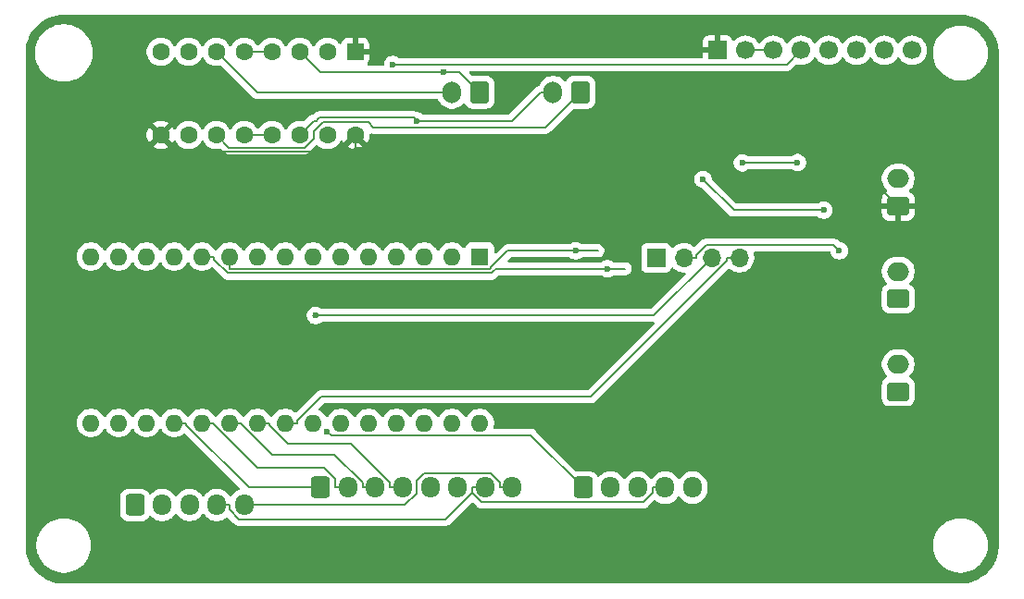
<source format=gbr>
%TF.GenerationSoftware,KiCad,Pcbnew,9.0.3*%
%TF.CreationDate,2025-07-23T14:00:13+06:00*%
%TF.ProjectId,LFRCircuit,4c465243-6972-4637-9569-742e6b696361,rev?*%
%TF.SameCoordinates,Original*%
%TF.FileFunction,Copper,L1,Top*%
%TF.FilePolarity,Positive*%
%FSLAX46Y46*%
G04 Gerber Fmt 4.6, Leading zero omitted, Abs format (unit mm)*
G04 Created by KiCad (PCBNEW 9.0.3) date 2025-07-23 14:00:13*
%MOMM*%
%LPD*%
G01*
G04 APERTURE LIST*
G04 Aperture macros list*
%AMRoundRect*
0 Rectangle with rounded corners*
0 $1 Rounding radius*
0 $2 $3 $4 $5 $6 $7 $8 $9 X,Y pos of 4 corners*
0 Add a 4 corners polygon primitive as box body*
4,1,4,$2,$3,$4,$5,$6,$7,$8,$9,$2,$3,0*
0 Add four circle primitives for the rounded corners*
1,1,$1+$1,$2,$3*
1,1,$1+$1,$4,$5*
1,1,$1+$1,$6,$7*
1,1,$1+$1,$8,$9*
0 Add four rect primitives between the rounded corners*
20,1,$1+$1,$2,$3,$4,$5,0*
20,1,$1+$1,$4,$5,$6,$7,0*
20,1,$1+$1,$6,$7,$8,$9,0*
20,1,$1+$1,$8,$9,$2,$3,0*%
G04 Aperture macros list end*
%TA.AperFunction,ComponentPad*%
%ADD10R,1.700000X1.700000*%
%TD*%
%TA.AperFunction,ComponentPad*%
%ADD11O,1.700000X1.700000*%
%TD*%
%TA.AperFunction,ComponentPad*%
%ADD12R,1.600000X1.600000*%
%TD*%
%TA.AperFunction,ComponentPad*%
%ADD13O,1.600000X1.600000*%
%TD*%
%TA.AperFunction,ComponentPad*%
%ADD14RoundRect,0.250000X-0.550000X0.550000X-0.550000X-0.550000X0.550000X-0.550000X0.550000X0.550000X0*%
%TD*%
%TA.AperFunction,ComponentPad*%
%ADD15C,1.600000*%
%TD*%
%TA.AperFunction,ComponentPad*%
%ADD16RoundRect,0.250000X-0.600000X-0.725000X0.600000X-0.725000X0.600000X0.725000X-0.600000X0.725000X0*%
%TD*%
%TA.AperFunction,ComponentPad*%
%ADD17O,1.700000X1.950000*%
%TD*%
%TA.AperFunction,ComponentPad*%
%ADD18RoundRect,0.250000X0.750000X-0.600000X0.750000X0.600000X-0.750000X0.600000X-0.750000X-0.600000X0*%
%TD*%
%TA.AperFunction,ComponentPad*%
%ADD19O,2.000000X1.700000*%
%TD*%
%TA.AperFunction,ComponentPad*%
%ADD20RoundRect,0.250000X0.600000X0.750000X-0.600000X0.750000X-0.600000X-0.750000X0.600000X-0.750000X0*%
%TD*%
%TA.AperFunction,ComponentPad*%
%ADD21O,1.700000X2.000000*%
%TD*%
%TA.AperFunction,ComponentPad*%
%ADD22C,1.700000*%
%TD*%
%TA.AperFunction,ViaPad*%
%ADD23C,0.600000*%
%TD*%
%TA.AperFunction,Conductor*%
%ADD24C,0.200000*%
%TD*%
G04 APERTURE END LIST*
D10*
%TO.P,J1,1,GND*%
%TO.N,GND*%
X183670000Y-97250000D03*
D11*
%TO.P,J1,2,VCC*%
%TO.N,+5V*%
X186210000Y-97250000D03*
%TO.P,J1,3,SCL*%
%TO.N,/SCL*%
X188750000Y-97250000D03*
%TO.P,J1,4,SDA*%
%TO.N,/SDA*%
X191290000Y-97250000D03*
%TD*%
D12*
%TO.P,ArduinoNanoTypeC,1,TX1*%
%TO.N,unconnected-(ArduinoNanoTypeC1-TX1-Pad1)*%
X167550000Y-97140000D03*
D13*
%TO.P,ArduinoNanoTypeC,2,RX0*%
%TO.N,unconnected-(ArduinoNanoTypeC1-RX0-Pad2)*%
X165010000Y-97140000D03*
%TO.P,ArduinoNanoTypeC,3,RST*%
%TO.N,unconnected-(ArduinoNanoTypeC1-RST-Pad3)*%
X162470000Y-97140000D03*
%TO.P,ArduinoNanoTypeC,4,GND*%
%TO.N,GND*%
X159930000Y-97140000D03*
%TO.P,ArduinoNanoTypeC,5,D2*%
%TO.N,/Alert*%
X157390000Y-97140000D03*
%TO.P,ArduinoNanoTypeC,6,D3~*%
%TO.N,/M1A*%
X154850000Y-97140000D03*
%TO.P,ArduinoNanoTypeC,7,D4*%
%TO.N,/S1*%
X152310000Y-97140000D03*
%TO.P,ArduinoNanoTypeC,8,D5~*%
%TO.N,/M1B*%
X149770000Y-97140000D03*
%TO.P,ArduinoNanoTypeC,9,D6~*%
%TO.N,/M2A*%
X147230000Y-97140000D03*
%TO.P,ArduinoNanoTypeC,10,D7*%
%TO.N,/S2*%
X144690000Y-97140000D03*
%TO.P,ArduinoNanoTypeC,11,D8*%
%TO.N,/S3*%
X142150000Y-97140000D03*
%TO.P,ArduinoNanoTypeC,12,D9~*%
%TO.N,/M2B*%
X139610000Y-97140000D03*
%TO.P,ArduinoNanoTypeC,13,D10~*%
%TO.N,/RE_CLK*%
X137070000Y-97140000D03*
%TO.P,ArduinoNanoTypeC,14,D11~*%
%TO.N,/RE_DT*%
X134530000Y-97140000D03*
%TO.P,ArduinoNanoTypeC,15,D12*%
%TO.N,/RE_SW*%
X131990000Y-97140000D03*
%TO.P,ArduinoNanoTypeC,16,D13*%
%TO.N,unconnected-(ArduinoNanoTypeC1-D13-Pad16)*%
X131990000Y-112380000D03*
%TO.P,ArduinoNanoTypeC,17,3.3V*%
%TO.N,unconnected-(ArduinoNanoTypeC1-3.3V-Pad17)*%
X134530000Y-112380000D03*
%TO.P,ArduinoNanoTypeC,18,AREF*%
%TO.N,unconnected-(ArduinoNanoTypeC1-AREF-Pad18)*%
X137070000Y-112380000D03*
%TO.P,ArduinoNanoTypeC,19,A0*%
%TO.N,/IR1*%
X139610000Y-112380000D03*
%TO.P,ArduinoNanoTypeC,20,A1*%
%TO.N,/IR2*%
X142150000Y-112380000D03*
%TO.P,ArduinoNanoTypeC,21,A2*%
%TO.N,/IR3*%
X144690000Y-112380000D03*
%TO.P,ArduinoNanoTypeC,22,A3*%
%TO.N,/IR4*%
X147230000Y-112380000D03*
%TO.P,ArduinoNanoTypeC,23,A4/SDA*%
%TO.N,/SDA*%
X149770000Y-112380000D03*
%TO.P,ArduinoNanoTypeC,24,A5/SCL*%
%TO.N,/SCL*%
X152310000Y-112380000D03*
%TO.P,ArduinoNanoTypeC,25,A6*%
%TO.N,/IR5*%
X154850000Y-112380000D03*
%TO.P,ArduinoNanoTypeC,26,A7*%
%TO.N,/IR6*%
X157390000Y-112380000D03*
%TO.P,ArduinoNanoTypeC,27,+5V*%
%TO.N,unconnected-(ArduinoNanoTypeC1-+5V-Pad27)*%
X159930000Y-112380000D03*
%TO.P,ArduinoNanoTypeC,28,RST*%
%TO.N,unconnected-(ArduinoNanoTypeC1-RST-Pad28)*%
X162470000Y-112380000D03*
%TO.P,ArduinoNanoTypeC,29,GND
*%
%TO.N,GND*%
X165010000Y-112380000D03*
%TO.P,ArduinoNanoTypeC,30,VIN*%
%TO.N,+5V*%
X167550000Y-112380000D03*
%TD*%
D14*
%TO.P,U1,1,EN1\u002C2*%
%TO.N,+12V*%
X156160000Y-78380000D03*
D15*
%TO.P,U1,2,1A*%
%TO.N,/M1A*%
X153620000Y-78380000D03*
%TO.P,U1,3,1Y*%
%TO.N,Net-(D1-K)*%
X151080000Y-78380000D03*
%TO.P,U1,4,GND*%
%TO.N,GND*%
X148540000Y-78380000D03*
%TO.P,U1,5,GND*%
X146000000Y-78380000D03*
%TO.P,U1,6,2Y*%
%TO.N,Net-(D2-K)*%
X143460000Y-78380000D03*
%TO.P,U1,7,2A*%
%TO.N,/M1B*%
X140920000Y-78380000D03*
%TO.P,U1,8,VCC2*%
%TO.N,+5V*%
X138380000Y-78380000D03*
%TO.P,U1,9,EN3\u002C4*%
%TO.N,+12V*%
X138380000Y-86000000D03*
%TO.P,U1,10,3A*%
%TO.N,/M2B*%
X140920000Y-86000000D03*
%TO.P,U1,11,3Y*%
%TO.N,Net-(D3-K)*%
X143460000Y-86000000D03*
%TO.P,U1,12,GND*%
%TO.N,GND*%
X146000000Y-86000000D03*
%TO.P,U1,13,GND*%
X148540000Y-86000000D03*
%TO.P,U1,14,4Y*%
%TO.N,Net-(D4-K)*%
X151080000Y-86000000D03*
%TO.P,U1,15,4A*%
%TO.N,/M2A*%
X153620000Y-86000000D03*
%TO.P,U1,16,VCC1*%
%TO.N,+12V*%
X156160000Y-86000000D03*
%TD*%
D16*
%TO.P,IRSensor6Array,1,IR1*%
%TO.N,/IR1*%
X153000000Y-118305000D03*
D17*
%TO.P,IRSensor6Array,2,IR2*%
%TO.N,/IR2*%
X155500000Y-118305000D03*
%TO.P,IRSensor6Array,3,IR3*%
%TO.N,/IR3*%
X158000000Y-118305000D03*
%TO.P,IRSensor6Array,4,IR4*%
%TO.N,/IR4*%
X160500000Y-118305000D03*
%TO.P,IRSensor6Array,5,IR5*%
%TO.N,/IR5*%
X163000000Y-118305000D03*
%TO.P,IRSensor6Array,6,IR6*%
%TO.N,/IR6*%
X165500000Y-118305000D03*
%TO.P,IRSensor6Array,7,VIN*%
%TO.N,+5V*%
X168000000Y-118305000D03*
%TO.P,IRSensor6Array,8,GND*%
%TO.N,GND*%
X170500000Y-118305000D03*
%TD*%
D18*
%TO.P,CELL2,1,+*%
%TO.N,Net-(BT2-+)*%
X205805000Y-101000000D03*
D19*
%TO.P,CELL2,2,-*%
%TO.N,Net-(BT1-+)*%
X205805000Y-98500000D03*
%TD*%
D20*
%TO.P,M2,1,+*%
%TO.N,Net-(D3-K)*%
X176750000Y-82100000D03*
D21*
%TO.P,M2,2,-*%
%TO.N,Net-(D4-K)*%
X174250000Y-82100000D03*
%TD*%
D16*
%TO.P,RotaryEncoder,1,CLK*%
%TO.N,/RE_CLK*%
X136000000Y-119900000D03*
D17*
%TO.P,RotaryEncoder,2,DT*%
%TO.N,/RE_DT*%
X138500000Y-119900000D03*
%TO.P,RotaryEncoder,3,SW*%
%TO.N,/RE_SW*%
X141000000Y-119900000D03*
%TO.P,RotaryEncoder,4,+*%
%TO.N,+5V*%
X143500000Y-119900000D03*
%TO.P,RotaryEncoder,5,GND*%
%TO.N,GND*%
X146000000Y-119900000D03*
%TD*%
D20*
%TO.P,M1,1,+*%
%TO.N,Net-(D1-K)*%
X167500000Y-82100000D03*
D21*
%TO.P,M1,2,-*%
%TO.N,Net-(D2-K)*%
X165000000Y-82100000D03*
%TD*%
D16*
%TO.P,SonarSensor3Array,1,S1*%
%TO.N,/S1*%
X177000000Y-118305000D03*
D17*
%TO.P,SonarSensor3Array,2,S2*%
%TO.N,/S2*%
X179500000Y-118305000D03*
%TO.P,SonarSensor3Array,3,S3*%
%TO.N,/S3*%
X182000000Y-118305000D03*
%TO.P,SonarSensor3Array,4,VCC*%
%TO.N,+5V*%
X184500000Y-118305000D03*
%TO.P,SonarSensor3Array,5,GND*%
%TO.N,GND*%
X187000000Y-118305000D03*
%TD*%
D10*
%TO.P,INA1,1,IN+*%
%TO.N,+12V*%
X189300000Y-78250000D03*
D22*
%TO.P,INA1,2,IN-*%
%TO.N,/12Vout*%
X191840000Y-78250000D03*
%TO.P,INA1,3,VBS*%
X194380000Y-78250000D03*
%TO.P,INA1,4,ALE*%
%TO.N,/Alert*%
X196920000Y-78250000D03*
%TO.P,INA1,5,SCL*%
%TO.N,/SCL*%
X199460000Y-78250000D03*
%TO.P,INA1,6,SDA
*%
%TO.N,/SDA*%
X202000000Y-78250000D03*
%TO.P,INA1,7,GND*%
%TO.N,GND*%
X204540000Y-78250000D03*
%TO.P,INA1,8,VCC*%
%TO.N,+5V*%
X207080000Y-78250000D03*
%TD*%
D18*
%TO.P,CELL1,1,+*%
%TO.N,Net-(BT1-+)*%
X205805000Y-109500000D03*
D19*
%TO.P,CELL1,2,-*%
%TO.N,GND*%
X205805000Y-107000000D03*
%TD*%
D18*
%TO.P,CELL3,1,+*%
%TO.N,+12V*%
X205805000Y-92500000D03*
D19*
%TO.P,CELL3,2,-*%
%TO.N,Net-(BT2-+)*%
X205805000Y-90000000D03*
%TD*%
D23*
%TO.N,Net-(U2-SW)*%
X187958600Y-90066800D03*
X199000300Y-92889000D03*
%TO.N,Net-(U2-BOOT)*%
X196601100Y-88540200D03*
X191559700Y-88552700D03*
%TO.N,Net-(D4-K)*%
X161771300Y-84703000D03*
%TO.N,Net-(D1-K)*%
X164256900Y-80236300D03*
%TO.N,+12V*%
X168656900Y-88540200D03*
X192848900Y-89445800D03*
X198865000Y-94413700D03*
%TO.N,/SCL*%
X152533700Y-102529800D03*
%TO.N,/S2*%
X176319800Y-96607400D03*
%TO.N,/Alert*%
X159601700Y-79555700D03*
%TO.N,+5V*%
X200419900Y-96607400D03*
%TO.N,/S3*%
X179229500Y-98259100D03*
%TO.N,/S1*%
X153580000Y-113153400D03*
%TD*%
D24*
%TO.N,/12Vout*%
X191840000Y-78250000D02*
X194380000Y-78250000D01*
%TO.N,Net-(U2-SW)*%
X190780800Y-92889000D02*
X199000300Y-92889000D01*
X187958600Y-90066800D02*
X190780800Y-92889000D01*
X199000300Y-92889000D02*
X198928900Y-92889000D01*
X198928900Y-92889000D02*
X199000300Y-92889000D01*
X187958600Y-90066800D02*
X188312800Y-90421000D01*
X188312800Y-90421000D02*
X187958600Y-90066800D01*
X199000300Y-92889000D02*
X199000300Y-92887400D01*
X199000300Y-92887400D02*
X199000300Y-92889000D01*
%TO.N,Net-(U2-BOOT)*%
X191572200Y-88540200D02*
X191559700Y-88552700D01*
X196601100Y-88540200D02*
X191572200Y-88540200D01*
X191559700Y-88552700D02*
X191572200Y-88540200D01*
X191572200Y-88540200D02*
X191559700Y-88552700D01*
%TO.N,Net-(D3-K)*%
X144609300Y-87149300D02*
X143460000Y-86000000D01*
X151537900Y-87149300D02*
X144609300Y-87149300D01*
X152350100Y-86337100D02*
X151537900Y-87149300D01*
X152350100Y-85705200D02*
X152350100Y-86337100D01*
X153202200Y-84853100D02*
X152350100Y-85705200D01*
X157375200Y-84853100D02*
X153202200Y-84853100D01*
X157831000Y-85308900D02*
X157375200Y-84853100D01*
X173541100Y-85308900D02*
X157831000Y-85308900D01*
X176750000Y-82100000D02*
X173541100Y-85308900D01*
%TO.N,Net-(D4-K)*%
X174250000Y-82100000D02*
X173098300Y-82100000D01*
X170495300Y-84703000D02*
X161771300Y-84703000D01*
X173098300Y-82100000D02*
X170495300Y-84703000D01*
X152868100Y-84419000D02*
X152750400Y-84536700D01*
X161487300Y-84419000D02*
X152868100Y-84419000D01*
X161771300Y-84703000D02*
X161487300Y-84419000D01*
X152377000Y-84703000D02*
X151080000Y-86000000D01*
X152584100Y-84703000D02*
X152377000Y-84703000D01*
X152750400Y-84536700D02*
X152584100Y-84703000D01*
X152750400Y-84536700D02*
X152584100Y-84703000D01*
%TO.N,Net-(D1-K)*%
X152936300Y-80236300D02*
X164256900Y-80236300D01*
X151080000Y-78380000D02*
X152936300Y-80236300D01*
X164256900Y-80236300D02*
X164505000Y-79988200D01*
X165636300Y-80236300D02*
X167500000Y-82100000D01*
X164256900Y-80236300D02*
X165636300Y-80236300D01*
X164505000Y-79988200D02*
X164256900Y-80236300D01*
%TO.N,Net-(D2-K)*%
X147180000Y-82100000D02*
X165000000Y-82100000D01*
X143460000Y-78380000D02*
X147180000Y-82100000D01*
%TO.N,+12V*%
X188018300Y-78380000D02*
X188148300Y-78250000D01*
X156160000Y-78380000D02*
X188018300Y-78380000D01*
X189300000Y-78250000D02*
X188148300Y-78250000D01*
X156160000Y-86000000D02*
X156160000Y-87149300D01*
X167266000Y-87149300D02*
X168656900Y-88540200D01*
X156160000Y-87149300D02*
X167266000Y-87149300D01*
X155758300Y-87551000D02*
X156160000Y-87149300D01*
X139931000Y-87551000D02*
X155758300Y-87551000D01*
X138380000Y-86000000D02*
X139931000Y-87551000D01*
X202750800Y-89445800D02*
X205805000Y-92500000D01*
X192848900Y-89445800D02*
X202750800Y-89445800D01*
X200778700Y-92500000D02*
X205805000Y-92500000D01*
X198865000Y-94413700D02*
X200778700Y-92500000D01*
X198865000Y-94413700D02*
X199049900Y-94228800D01*
X199049900Y-94228800D02*
X198865000Y-94413700D01*
%TO.N,/IR4*%
X148331700Y-112608300D02*
X148331700Y-112380000D01*
X150027200Y-114303800D02*
X148331700Y-112608300D01*
X155779000Y-114303800D02*
X150027200Y-114303800D01*
X159348300Y-117873100D02*
X155779000Y-114303800D01*
X159348300Y-118305000D02*
X159348300Y-117873100D01*
X160500000Y-118305000D02*
X159348300Y-118305000D01*
X147230000Y-112380000D02*
X148331700Y-112380000D01*
%TO.N,/SDA*%
X150871700Y-112151700D02*
X150871700Y-112380000D01*
X153037300Y-109986100D02*
X150871700Y-112151700D01*
X177690100Y-109986100D02*
X153037300Y-109986100D01*
X190138300Y-97537900D02*
X177690100Y-109986100D01*
X190138300Y-97250000D02*
X190138300Y-97537900D01*
X191290000Y-97250000D02*
X190138300Y-97250000D01*
X149770000Y-112380000D02*
X150871700Y-112380000D01*
%TO.N,/SCL*%
X183470200Y-102529800D02*
X188750000Y-97250000D01*
X152533700Y-102529800D02*
X183470200Y-102529800D01*
X152533700Y-102529800D02*
X152310000Y-102529800D01*
X152310000Y-102529800D02*
X152533700Y-102529800D01*
%TO.N,/IR1*%
X140711700Y-112608300D02*
X140711700Y-112380000D01*
X146408400Y-118305000D02*
X140711700Y-112608300D01*
X153000000Y-118305000D02*
X146408400Y-118305000D01*
X139610000Y-112380000D02*
X140711700Y-112380000D01*
%TO.N,/S2*%
X170109200Y-96607400D02*
X176319800Y-96607400D01*
X168651700Y-98064900D02*
X170109200Y-96607400D01*
X168651700Y-98065000D02*
X168651700Y-98064900D01*
X168475000Y-98241700D02*
X168651700Y-98065000D01*
X144690000Y-98241700D02*
X168475000Y-98241700D01*
X144690000Y-97140000D02*
X144690000Y-98241700D01*
X176319800Y-96607400D02*
X178348300Y-96607400D01*
X178348300Y-96607400D02*
X176319800Y-96607400D01*
%TO.N,/IR3*%
X158000000Y-118305000D02*
X156848300Y-118305000D01*
X156848300Y-117873000D02*
X156848300Y-118305000D01*
X154268700Y-115293400D02*
X156848300Y-117873000D01*
X148567400Y-115293400D02*
X154268700Y-115293400D01*
X145791700Y-112517700D02*
X148567400Y-115293400D01*
X145791700Y-112380000D02*
X145791700Y-112517700D01*
X144690000Y-112380000D02*
X145791700Y-112380000D01*
%TO.N,/Alert*%
X195614300Y-79555700D02*
X159601700Y-79555700D01*
X196920000Y-78250000D02*
X195614300Y-79555700D01*
%TO.N,+5V*%
X143500000Y-119900000D02*
X144651700Y-119900000D01*
X168000000Y-118305000D02*
X166848300Y-118305000D01*
X164417300Y-121187700D02*
X166848300Y-118756700D01*
X145507500Y-121187700D02*
X164417300Y-121187700D01*
X144651700Y-120331900D02*
X145507500Y-121187700D01*
X144651700Y-119900000D02*
X144651700Y-120331900D01*
X184500000Y-118305000D02*
X183348300Y-118305000D01*
X183348300Y-118756700D02*
X183348300Y-118305000D01*
X182473400Y-119631600D02*
X183348300Y-118756700D01*
X167723200Y-119631600D02*
X182473400Y-119631600D01*
X166848300Y-118756700D02*
X167723200Y-119631600D01*
X166848300Y-118756700D02*
X166848300Y-118305000D01*
X187361700Y-96981500D02*
X187361700Y-97250000D01*
X188250500Y-96092700D02*
X187361700Y-96981500D01*
X199905200Y-96092700D02*
X188250500Y-96092700D01*
X200419900Y-96607400D02*
X199905200Y-96092700D01*
X186210000Y-97250000D02*
X187361700Y-97250000D01*
X200419900Y-96607400D02*
X200291300Y-96478800D01*
X200291300Y-96478800D02*
X200419900Y-96607400D01*
%TO.N,/IR2*%
X142150000Y-112380000D02*
X143251700Y-112380000D01*
X155500000Y-118305000D02*
X154348300Y-118305000D01*
X143251700Y-112517700D02*
X143251700Y-112380000D01*
X147239300Y-116505300D02*
X143251700Y-112517700D01*
X153316000Y-116505300D02*
X147239300Y-116505300D01*
X154348300Y-117537600D02*
X153316000Y-116505300D01*
X154348300Y-118305000D02*
X154348300Y-117537600D01*
%TO.N,/S3*%
X142150000Y-97140000D02*
X143251700Y-97140000D01*
X179229500Y-98259100D02*
X180848300Y-98259100D01*
X180848300Y-98259100D02*
X179229500Y-98259100D01*
X168623900Y-98660800D02*
X168876700Y-98408000D01*
X144507900Y-98660800D02*
X168623900Y-98660800D01*
X143251700Y-97404600D02*
X144507900Y-98660800D01*
X143251700Y-97140000D02*
X143251700Y-97404600D01*
X168876700Y-98408000D02*
X169024100Y-98260600D01*
X168876700Y-98408000D02*
X169024100Y-98260600D01*
X179228000Y-98260600D02*
X179229500Y-98259100D01*
X169024100Y-98260600D02*
X179228000Y-98260600D01*
%TO.N,/S1*%
X153939400Y-113512800D02*
X153580000Y-113153400D01*
X172207800Y-113512800D02*
X153939400Y-113512800D01*
X177000000Y-118305000D02*
X172207800Y-113512800D01*
X153580000Y-113153400D02*
X153939400Y-113512800D01*
X153939400Y-113512800D02*
X153580000Y-113153400D01*
%TO.N,GND*%
X146000000Y-86000000D02*
X148540000Y-86000000D01*
X146000000Y-78380000D02*
X148540000Y-78380000D01*
X169348300Y-117853300D02*
X169348300Y-118305000D01*
X168506400Y-117011400D02*
X169348300Y-117853300D01*
X162444800Y-117011400D02*
X168506400Y-117011400D01*
X161750000Y-117706200D02*
X162444800Y-117011400D01*
X161750000Y-118833600D02*
X161750000Y-117706200D01*
X160683600Y-119900000D02*
X161750000Y-118833600D01*
X146000000Y-119900000D02*
X160683600Y-119900000D01*
X170500000Y-118305000D02*
X169348300Y-118305000D01*
%TD*%
%TA.AperFunction,Conductor*%
%TO.N,+12V*%
G36*
X211503032Y-75000648D02*
G01*
X211836929Y-75017052D01*
X211849037Y-75018245D01*
X211952146Y-75033539D01*
X212176699Y-75066849D01*
X212188617Y-75069219D01*
X212509951Y-75149709D01*
X212521588Y-75153240D01*
X212592806Y-75178722D01*
X212833467Y-75264832D01*
X212844688Y-75269479D01*
X213144163Y-75411120D01*
X213154871Y-75416844D01*
X213438988Y-75587137D01*
X213449106Y-75593897D01*
X213715170Y-75791224D01*
X213724576Y-75798944D01*
X213970013Y-76021395D01*
X213978604Y-76029986D01*
X214120187Y-76186199D01*
X214201055Y-76275423D01*
X214208775Y-76284829D01*
X214406102Y-76550893D01*
X214412862Y-76561011D01*
X214541776Y-76776092D01*
X214583148Y-76845116D01*
X214588883Y-76855844D01*
X214706964Y-77105506D01*
X214730514Y-77155297D01*
X214735170Y-77166540D01*
X214846759Y-77478411D01*
X214850292Y-77490055D01*
X214930777Y-77811369D01*
X214933151Y-77823305D01*
X214981754Y-78150962D01*
X214982947Y-78163071D01*
X214993196Y-78371680D01*
X214998949Y-78488794D01*
X214999351Y-78496966D01*
X214999500Y-78503051D01*
X214999500Y-123596948D01*
X214999351Y-123603033D01*
X214982947Y-123936928D01*
X214981754Y-123949037D01*
X214933151Y-124276694D01*
X214930777Y-124288630D01*
X214850292Y-124609944D01*
X214846759Y-124621588D01*
X214735170Y-124933459D01*
X214730514Y-124944702D01*
X214588885Y-125244151D01*
X214583148Y-125254883D01*
X214412862Y-125538988D01*
X214406102Y-125549106D01*
X214208775Y-125815170D01*
X214201055Y-125824576D01*
X213978611Y-126070006D01*
X213970006Y-126078611D01*
X213724576Y-126301055D01*
X213715170Y-126308775D01*
X213449106Y-126506102D01*
X213438988Y-126512862D01*
X213154883Y-126683148D01*
X213144151Y-126688885D01*
X212844702Y-126830514D01*
X212833459Y-126835170D01*
X212521588Y-126946759D01*
X212509944Y-126950292D01*
X212188630Y-127030777D01*
X212176694Y-127033151D01*
X211849037Y-127081754D01*
X211836928Y-127082947D01*
X211521989Y-127098419D01*
X211503031Y-127099351D01*
X211496949Y-127099500D01*
X129503051Y-127099500D01*
X129496968Y-127099351D01*
X129476900Y-127098365D01*
X129163071Y-127082947D01*
X129150962Y-127081754D01*
X128823305Y-127033151D01*
X128811369Y-127030777D01*
X128490055Y-126950292D01*
X128478411Y-126946759D01*
X128166540Y-126835170D01*
X128155301Y-126830515D01*
X127855844Y-126688883D01*
X127845121Y-126683150D01*
X127561011Y-126512862D01*
X127550893Y-126506102D01*
X127284829Y-126308775D01*
X127275423Y-126301055D01*
X127236475Y-126265755D01*
X127029986Y-126078604D01*
X127021395Y-126070013D01*
X126798944Y-125824576D01*
X126791224Y-125815170D01*
X126593897Y-125549106D01*
X126587137Y-125538988D01*
X126416844Y-125254871D01*
X126411120Y-125244163D01*
X126269479Y-124944688D01*
X126264829Y-124933459D01*
X126153240Y-124621588D01*
X126149707Y-124609944D01*
X126140958Y-124575015D01*
X126069219Y-124288617D01*
X126066848Y-124276694D01*
X126018245Y-123949037D01*
X126017052Y-123936927D01*
X126000649Y-123603032D01*
X126000500Y-123596948D01*
X126000500Y-123459568D01*
X126999500Y-123459568D01*
X126999500Y-123740431D01*
X127030942Y-124019494D01*
X127030945Y-124019512D01*
X127093439Y-124293317D01*
X127093443Y-124293329D01*
X127186200Y-124558411D01*
X127308053Y-124811442D01*
X127308055Y-124811445D01*
X127457477Y-125049248D01*
X127464512Y-125058069D01*
X127621465Y-125254883D01*
X127632584Y-125268825D01*
X127831175Y-125467416D01*
X128050752Y-125642523D01*
X128288555Y-125791945D01*
X128541592Y-125913801D01*
X128740680Y-125983465D01*
X128806670Y-126006556D01*
X128806682Y-126006560D01*
X129080491Y-126069055D01*
X129080497Y-126069055D01*
X129080505Y-126069057D01*
X129266547Y-126090018D01*
X129359569Y-126100499D01*
X129359572Y-126100500D01*
X129359575Y-126100500D01*
X129640428Y-126100500D01*
X129640429Y-126100499D01*
X129783055Y-126084429D01*
X129919494Y-126069057D01*
X129919499Y-126069056D01*
X129919509Y-126069055D01*
X130193318Y-126006560D01*
X130458408Y-125913801D01*
X130711445Y-125791945D01*
X130949248Y-125642523D01*
X131168825Y-125467416D01*
X131367416Y-125268825D01*
X131542523Y-125049248D01*
X131691945Y-124811445D01*
X131813801Y-124558408D01*
X131906560Y-124293318D01*
X131969055Y-124019509D01*
X132000500Y-123740425D01*
X132000500Y-123459575D01*
X132000499Y-123459568D01*
X208999500Y-123459568D01*
X208999500Y-123740431D01*
X209030942Y-124019494D01*
X209030945Y-124019512D01*
X209093439Y-124293317D01*
X209093443Y-124293329D01*
X209186200Y-124558411D01*
X209308053Y-124811442D01*
X209308055Y-124811445D01*
X209457477Y-125049248D01*
X209464512Y-125058069D01*
X209621465Y-125254883D01*
X209632584Y-125268825D01*
X209831175Y-125467416D01*
X210050752Y-125642523D01*
X210288555Y-125791945D01*
X210541592Y-125913801D01*
X210740680Y-125983465D01*
X210806670Y-126006556D01*
X210806682Y-126006560D01*
X211080491Y-126069055D01*
X211080497Y-126069055D01*
X211080505Y-126069057D01*
X211266547Y-126090018D01*
X211359569Y-126100499D01*
X211359572Y-126100500D01*
X211359575Y-126100500D01*
X211640428Y-126100500D01*
X211640429Y-126100499D01*
X211783055Y-126084429D01*
X211919494Y-126069057D01*
X211919499Y-126069056D01*
X211919509Y-126069055D01*
X212193318Y-126006560D01*
X212458408Y-125913801D01*
X212711445Y-125791945D01*
X212949248Y-125642523D01*
X213168825Y-125467416D01*
X213367416Y-125268825D01*
X213542523Y-125049248D01*
X213691945Y-124811445D01*
X213813801Y-124558408D01*
X213906560Y-124293318D01*
X213969055Y-124019509D01*
X214000500Y-123740425D01*
X214000500Y-123459575D01*
X213969055Y-123180491D01*
X213906560Y-122906682D01*
X213813801Y-122641592D01*
X213691945Y-122388555D01*
X213542523Y-122150752D01*
X213367416Y-121931175D01*
X213168825Y-121732584D01*
X213150962Y-121718339D01*
X213088114Y-121668219D01*
X212949248Y-121557477D01*
X212711445Y-121408055D01*
X212711442Y-121408053D01*
X212458411Y-121286200D01*
X212193329Y-121193443D01*
X212193317Y-121193439D01*
X211919512Y-121130945D01*
X211919494Y-121130942D01*
X211640431Y-121099500D01*
X211640425Y-121099500D01*
X211359575Y-121099500D01*
X211359568Y-121099500D01*
X211080505Y-121130942D01*
X211080487Y-121130945D01*
X210806682Y-121193439D01*
X210806670Y-121193443D01*
X210541588Y-121286200D01*
X210288557Y-121408053D01*
X210050753Y-121557476D01*
X209831175Y-121732583D01*
X209632583Y-121931175D01*
X209457476Y-122150753D01*
X209308053Y-122388557D01*
X209186200Y-122641588D01*
X209093443Y-122906670D01*
X209093439Y-122906682D01*
X209030945Y-123180487D01*
X209030942Y-123180505D01*
X208999500Y-123459568D01*
X132000499Y-123459568D01*
X131969055Y-123180491D01*
X131906560Y-122906682D01*
X131813801Y-122641592D01*
X131691945Y-122388555D01*
X131542523Y-122150752D01*
X131367416Y-121931175D01*
X131168825Y-121732584D01*
X131150962Y-121718339D01*
X131088114Y-121668219D01*
X130949248Y-121557477D01*
X130711445Y-121408055D01*
X130711442Y-121408053D01*
X130458411Y-121286200D01*
X130193329Y-121193443D01*
X130193317Y-121193439D01*
X129919512Y-121130945D01*
X129919494Y-121130942D01*
X129640431Y-121099500D01*
X129640425Y-121099500D01*
X129359575Y-121099500D01*
X129359568Y-121099500D01*
X129080505Y-121130942D01*
X129080487Y-121130945D01*
X128806682Y-121193439D01*
X128806670Y-121193443D01*
X128541588Y-121286200D01*
X128288557Y-121408053D01*
X128050753Y-121557476D01*
X127831175Y-121732583D01*
X127632583Y-121931175D01*
X127457476Y-122150753D01*
X127308053Y-122388557D01*
X127186200Y-122641588D01*
X127093443Y-122906670D01*
X127093439Y-122906682D01*
X127030945Y-123180487D01*
X127030942Y-123180505D01*
X126999500Y-123459568D01*
X126000500Y-123459568D01*
X126000500Y-112277648D01*
X130689500Y-112277648D01*
X130689500Y-112482351D01*
X130721522Y-112684534D01*
X130784781Y-112879223D01*
X130877715Y-113061613D01*
X130998028Y-113227213D01*
X131142786Y-113371971D01*
X131290077Y-113478982D01*
X131308390Y-113492287D01*
X131424607Y-113551503D01*
X131490776Y-113585218D01*
X131490778Y-113585218D01*
X131490781Y-113585220D01*
X131574833Y-113612530D01*
X131685465Y-113648477D01*
X131781509Y-113663689D01*
X131887648Y-113680500D01*
X131887649Y-113680500D01*
X132092351Y-113680500D01*
X132092352Y-113680500D01*
X132294534Y-113648477D01*
X132489219Y-113585220D01*
X132671610Y-113492287D01*
X132764590Y-113424732D01*
X132837213Y-113371971D01*
X132837215Y-113371968D01*
X132837219Y-113371966D01*
X132981966Y-113227219D01*
X132981968Y-113227215D01*
X132981971Y-113227213D01*
X133102284Y-113061614D01*
X133102286Y-113061611D01*
X133102287Y-113061610D01*
X133149516Y-112968917D01*
X133197489Y-112918123D01*
X133265310Y-112901328D01*
X133331445Y-112923865D01*
X133370483Y-112968917D01*
X133379859Y-112987317D01*
X133417715Y-113061614D01*
X133538028Y-113227213D01*
X133682786Y-113371971D01*
X133830077Y-113478982D01*
X133848390Y-113492287D01*
X133964607Y-113551503D01*
X134030776Y-113585218D01*
X134030778Y-113585218D01*
X134030781Y-113585220D01*
X134114833Y-113612530D01*
X134225465Y-113648477D01*
X134321509Y-113663689D01*
X134427648Y-113680500D01*
X134427649Y-113680500D01*
X134632351Y-113680500D01*
X134632352Y-113680500D01*
X134834534Y-113648477D01*
X135029219Y-113585220D01*
X135211610Y-113492287D01*
X135304590Y-113424732D01*
X135377213Y-113371971D01*
X135377215Y-113371968D01*
X135377219Y-113371966D01*
X135521966Y-113227219D01*
X135521968Y-113227215D01*
X135521971Y-113227213D01*
X135642284Y-113061614D01*
X135642286Y-113061611D01*
X135642287Y-113061610D01*
X135689516Y-112968917D01*
X135737489Y-112918123D01*
X135805310Y-112901328D01*
X135871445Y-112923865D01*
X135910483Y-112968917D01*
X135919859Y-112987317D01*
X135957715Y-113061614D01*
X136078028Y-113227213D01*
X136222786Y-113371971D01*
X136370077Y-113478982D01*
X136388390Y-113492287D01*
X136504607Y-113551503D01*
X136570776Y-113585218D01*
X136570778Y-113585218D01*
X136570781Y-113585220D01*
X136654833Y-113612530D01*
X136765465Y-113648477D01*
X136861509Y-113663689D01*
X136967648Y-113680500D01*
X136967649Y-113680500D01*
X137172351Y-113680500D01*
X137172352Y-113680500D01*
X137374534Y-113648477D01*
X137569219Y-113585220D01*
X137751610Y-113492287D01*
X137844590Y-113424732D01*
X137917213Y-113371971D01*
X137917215Y-113371968D01*
X137917219Y-113371966D01*
X138061966Y-113227219D01*
X138061968Y-113227215D01*
X138061971Y-113227213D01*
X138182284Y-113061614D01*
X138182286Y-113061611D01*
X138182287Y-113061610D01*
X138229516Y-112968917D01*
X138277489Y-112918123D01*
X138345310Y-112901328D01*
X138411445Y-112923865D01*
X138450483Y-112968917D01*
X138459859Y-112987317D01*
X138497715Y-113061614D01*
X138618028Y-113227213D01*
X138762786Y-113371971D01*
X138910077Y-113478982D01*
X138928390Y-113492287D01*
X139044607Y-113551503D01*
X139110776Y-113585218D01*
X139110778Y-113585218D01*
X139110781Y-113585220D01*
X139194833Y-113612530D01*
X139305465Y-113648477D01*
X139401509Y-113663689D01*
X139507648Y-113680500D01*
X139507649Y-113680500D01*
X139712351Y-113680500D01*
X139712352Y-113680500D01*
X139914534Y-113648477D01*
X140109219Y-113585220D01*
X140291610Y-113492287D01*
X140384590Y-113424732D01*
X140457213Y-113371971D01*
X140460915Y-113368809D01*
X140462431Y-113370583D01*
X140515317Y-113341706D01*
X140585009Y-113346690D01*
X140629356Y-113375191D01*
X145561930Y-118307765D01*
X145595415Y-118369088D01*
X145590431Y-118438780D01*
X145548559Y-118494713D01*
X145512569Y-118513376D01*
X145481587Y-118523442D01*
X145292179Y-118619951D01*
X145120213Y-118744890D01*
X144969894Y-118895209D01*
X144969890Y-118895214D01*
X144850318Y-119059793D01*
X144794989Y-119102459D01*
X144725375Y-119108438D01*
X144663580Y-119075833D01*
X144649682Y-119059793D01*
X144530109Y-118895214D01*
X144530105Y-118895209D01*
X144379786Y-118744890D01*
X144207820Y-118619951D01*
X144018414Y-118523444D01*
X144018413Y-118523443D01*
X144018412Y-118523443D01*
X143816243Y-118457754D01*
X143816241Y-118457753D01*
X143816240Y-118457753D01*
X143654957Y-118432208D01*
X143606287Y-118424500D01*
X143393713Y-118424500D01*
X143345042Y-118432208D01*
X143183760Y-118457753D01*
X142981585Y-118523444D01*
X142792179Y-118619951D01*
X142620213Y-118744890D01*
X142469894Y-118895209D01*
X142469890Y-118895214D01*
X142350318Y-119059793D01*
X142294989Y-119102459D01*
X142225375Y-119108438D01*
X142163580Y-119075833D01*
X142149682Y-119059793D01*
X142030109Y-118895214D01*
X142030105Y-118895209D01*
X141879786Y-118744890D01*
X141707820Y-118619951D01*
X141518414Y-118523444D01*
X141518413Y-118523443D01*
X141518412Y-118523443D01*
X141316243Y-118457754D01*
X141316241Y-118457753D01*
X141316240Y-118457753D01*
X141154957Y-118432208D01*
X141106287Y-118424500D01*
X140893713Y-118424500D01*
X140845042Y-118432208D01*
X140683760Y-118457753D01*
X140481585Y-118523444D01*
X140292179Y-118619951D01*
X140120213Y-118744890D01*
X139969894Y-118895209D01*
X139969890Y-118895214D01*
X139850318Y-119059793D01*
X139794989Y-119102459D01*
X139725375Y-119108438D01*
X139663580Y-119075833D01*
X139649682Y-119059793D01*
X139530109Y-118895214D01*
X139530105Y-118895209D01*
X139379786Y-118744890D01*
X139207820Y-118619951D01*
X139018414Y-118523444D01*
X139018413Y-118523443D01*
X139018412Y-118523443D01*
X138816243Y-118457754D01*
X138816241Y-118457753D01*
X138816240Y-118457753D01*
X138654957Y-118432208D01*
X138606287Y-118424500D01*
X138393713Y-118424500D01*
X138345042Y-118432208D01*
X138183760Y-118457753D01*
X137981585Y-118523444D01*
X137792179Y-118619951D01*
X137620215Y-118744889D01*
X137481398Y-118883706D01*
X137420075Y-118917190D01*
X137350383Y-118912206D01*
X137294450Y-118870334D01*
X137288178Y-118861120D01*
X137192712Y-118706344D01*
X137068657Y-118582289D01*
X137068656Y-118582288D01*
X136956931Y-118513376D01*
X136919336Y-118490187D01*
X136919331Y-118490185D01*
X136917862Y-118489698D01*
X136752797Y-118435001D01*
X136752795Y-118435000D01*
X136650010Y-118424500D01*
X135349998Y-118424500D01*
X135349981Y-118424501D01*
X135247203Y-118435000D01*
X135247200Y-118435001D01*
X135080668Y-118490185D01*
X135080663Y-118490187D01*
X134931342Y-118582289D01*
X134807289Y-118706342D01*
X134715187Y-118855663D01*
X134715185Y-118855668D01*
X134698540Y-118905901D01*
X134660001Y-119022203D01*
X134660001Y-119022204D01*
X134660000Y-119022204D01*
X134649500Y-119124983D01*
X134649500Y-120675001D01*
X134649501Y-120675018D01*
X134660000Y-120777796D01*
X134660001Y-120777799D01*
X134705894Y-120916294D01*
X134715186Y-120944334D01*
X134807288Y-121093656D01*
X134931344Y-121217712D01*
X135080666Y-121309814D01*
X135247203Y-121364999D01*
X135349991Y-121375500D01*
X136650008Y-121375499D01*
X136752797Y-121364999D01*
X136919334Y-121309814D01*
X137068656Y-121217712D01*
X137192712Y-121093656D01*
X137284814Y-120944334D01*
X137284814Y-120944331D01*
X137288178Y-120938879D01*
X137340126Y-120892154D01*
X137409088Y-120880931D01*
X137473170Y-120908774D01*
X137481398Y-120916294D01*
X137620213Y-121055109D01*
X137792179Y-121180048D01*
X137792181Y-121180049D01*
X137792184Y-121180051D01*
X137981588Y-121276557D01*
X138183757Y-121342246D01*
X138393713Y-121375500D01*
X138393714Y-121375500D01*
X138606286Y-121375500D01*
X138606287Y-121375500D01*
X138816243Y-121342246D01*
X139018412Y-121276557D01*
X139207816Y-121180051D01*
X139318686Y-121099500D01*
X139379786Y-121055109D01*
X139379788Y-121055106D01*
X139379792Y-121055104D01*
X139530104Y-120904792D01*
X139649683Y-120740204D01*
X139705011Y-120697540D01*
X139774624Y-120691561D01*
X139836420Y-120724166D01*
X139850313Y-120740199D01*
X139952560Y-120880931D01*
X139969896Y-120904792D01*
X140120213Y-121055109D01*
X140292179Y-121180048D01*
X140292181Y-121180049D01*
X140292184Y-121180051D01*
X140481588Y-121276557D01*
X140683757Y-121342246D01*
X140893713Y-121375500D01*
X140893714Y-121375500D01*
X141106286Y-121375500D01*
X141106287Y-121375500D01*
X141316243Y-121342246D01*
X141518412Y-121276557D01*
X141707816Y-121180051D01*
X141818686Y-121099500D01*
X141879786Y-121055109D01*
X141879788Y-121055106D01*
X141879792Y-121055104D01*
X142030104Y-120904792D01*
X142149683Y-120740204D01*
X142205011Y-120697540D01*
X142274624Y-120691561D01*
X142336420Y-120724166D01*
X142350313Y-120740199D01*
X142452560Y-120880931D01*
X142469896Y-120904792D01*
X142620213Y-121055109D01*
X142792179Y-121180048D01*
X142792181Y-121180049D01*
X142792184Y-121180051D01*
X142981588Y-121276557D01*
X143183757Y-121342246D01*
X143393713Y-121375500D01*
X143393714Y-121375500D01*
X143606286Y-121375500D01*
X143606287Y-121375500D01*
X143816243Y-121342246D01*
X144018412Y-121276557D01*
X144207816Y-121180051D01*
X144326728Y-121093657D01*
X144378604Y-121055968D01*
X144444410Y-121032488D01*
X144512464Y-121048314D01*
X144539170Y-121068605D01*
X145022639Y-121552074D01*
X145022649Y-121552085D01*
X145026979Y-121556415D01*
X145026980Y-121556416D01*
X145138784Y-121668220D01*
X145225595Y-121718339D01*
X145225597Y-121718341D01*
X145250265Y-121732583D01*
X145275715Y-121747277D01*
X145428443Y-121788201D01*
X145428446Y-121788201D01*
X145594153Y-121788201D01*
X145594169Y-121788200D01*
X164330631Y-121788200D01*
X164330647Y-121788201D01*
X164338243Y-121788201D01*
X164496354Y-121788201D01*
X164496357Y-121788201D01*
X164649085Y-121747277D01*
X164699204Y-121718339D01*
X164786016Y-121668220D01*
X164897820Y-121556416D01*
X164897820Y-121556414D01*
X164908028Y-121546207D01*
X164908029Y-121546204D01*
X166760622Y-119693612D01*
X166821941Y-119660130D01*
X166891633Y-119665114D01*
X166935980Y-119693615D01*
X167238339Y-119995974D01*
X167238349Y-119995985D01*
X167242679Y-120000315D01*
X167242680Y-120000316D01*
X167354484Y-120112120D01*
X167354486Y-120112121D01*
X167354490Y-120112124D01*
X167491409Y-120191173D01*
X167491416Y-120191177D01*
X167603219Y-120221134D01*
X167644142Y-120232100D01*
X167644143Y-120232100D01*
X182386731Y-120232100D01*
X182386747Y-120232101D01*
X182394343Y-120232101D01*
X182552454Y-120232101D01*
X182552457Y-120232101D01*
X182705185Y-120191177D01*
X182755304Y-120162239D01*
X182842116Y-120112120D01*
X182953920Y-120000316D01*
X182953920Y-120000314D01*
X182964128Y-119990107D01*
X182964130Y-119990104D01*
X183472299Y-119481934D01*
X183533620Y-119448451D01*
X183603312Y-119453435D01*
X183632863Y-119469299D01*
X183650257Y-119481936D01*
X183792184Y-119585051D01*
X183981588Y-119681557D01*
X184183757Y-119747246D01*
X184393713Y-119780500D01*
X184393714Y-119780500D01*
X184606286Y-119780500D01*
X184606287Y-119780500D01*
X184816243Y-119747246D01*
X185018412Y-119681557D01*
X185207816Y-119585051D01*
X185349743Y-119481936D01*
X185379786Y-119460109D01*
X185379788Y-119460106D01*
X185379792Y-119460104D01*
X185530104Y-119309792D01*
X185649683Y-119145204D01*
X185705011Y-119102540D01*
X185774624Y-119096561D01*
X185836420Y-119129166D01*
X185850313Y-119145199D01*
X185969892Y-119309786D01*
X185969896Y-119309792D01*
X186120213Y-119460109D01*
X186292179Y-119585048D01*
X186292181Y-119585049D01*
X186292184Y-119585051D01*
X186481588Y-119681557D01*
X186683757Y-119747246D01*
X186893713Y-119780500D01*
X186893714Y-119780500D01*
X187106286Y-119780500D01*
X187106287Y-119780500D01*
X187316243Y-119747246D01*
X187518412Y-119681557D01*
X187707816Y-119585051D01*
X187849743Y-119481936D01*
X187879786Y-119460109D01*
X187879788Y-119460106D01*
X187879792Y-119460104D01*
X188030104Y-119309792D01*
X188030106Y-119309788D01*
X188030109Y-119309786D01*
X188155048Y-119137820D01*
X188155047Y-119137820D01*
X188155051Y-119137816D01*
X188251557Y-118948412D01*
X188317246Y-118746243D01*
X188350500Y-118536287D01*
X188350500Y-118073713D01*
X188317246Y-117863757D01*
X188251557Y-117661588D01*
X188155051Y-117472184D01*
X188155049Y-117472181D01*
X188155048Y-117472179D01*
X188030109Y-117300213D01*
X187879786Y-117149890D01*
X187707820Y-117024951D01*
X187518414Y-116928444D01*
X187518413Y-116928443D01*
X187518412Y-116928443D01*
X187316243Y-116862754D01*
X187316241Y-116862753D01*
X187316240Y-116862753D01*
X187154957Y-116837208D01*
X187106287Y-116829500D01*
X186893713Y-116829500D01*
X186845042Y-116837208D01*
X186683760Y-116862753D01*
X186481585Y-116928444D01*
X186292179Y-117024951D01*
X186120213Y-117149890D01*
X185969894Y-117300209D01*
X185969890Y-117300214D01*
X185850318Y-117464793D01*
X185794989Y-117507459D01*
X185725375Y-117513438D01*
X185663580Y-117480833D01*
X185649682Y-117464793D01*
X185530109Y-117300214D01*
X185530105Y-117300209D01*
X185379786Y-117149890D01*
X185207820Y-117024951D01*
X185018414Y-116928444D01*
X185018413Y-116928443D01*
X185018412Y-116928443D01*
X184816243Y-116862754D01*
X184816241Y-116862753D01*
X184816240Y-116862753D01*
X184654957Y-116837208D01*
X184606287Y-116829500D01*
X184393713Y-116829500D01*
X184345042Y-116837208D01*
X184183760Y-116862753D01*
X183981585Y-116928444D01*
X183792179Y-117024951D01*
X183620213Y-117149890D01*
X183469894Y-117300209D01*
X183469890Y-117300214D01*
X183350318Y-117464793D01*
X183294989Y-117507459D01*
X183225375Y-117513438D01*
X183163580Y-117480833D01*
X183149682Y-117464793D01*
X183030109Y-117300214D01*
X183030105Y-117300209D01*
X182879786Y-117149890D01*
X182707820Y-117024951D01*
X182518414Y-116928444D01*
X182518413Y-116928443D01*
X182518412Y-116928443D01*
X182316243Y-116862754D01*
X182316241Y-116862753D01*
X182316240Y-116862753D01*
X182154957Y-116837208D01*
X182106287Y-116829500D01*
X181893713Y-116829500D01*
X181845042Y-116837208D01*
X181683760Y-116862753D01*
X181481585Y-116928444D01*
X181292179Y-117024951D01*
X181120213Y-117149890D01*
X180969894Y-117300209D01*
X180969890Y-117300214D01*
X180850318Y-117464793D01*
X180794989Y-117507459D01*
X180725375Y-117513438D01*
X180663580Y-117480833D01*
X180649682Y-117464793D01*
X180530109Y-117300214D01*
X180530105Y-117300209D01*
X180379786Y-117149890D01*
X180207820Y-117024951D01*
X180018414Y-116928444D01*
X180018413Y-116928443D01*
X180018412Y-116928443D01*
X179816243Y-116862754D01*
X179816241Y-116862753D01*
X179816240Y-116862753D01*
X179654957Y-116837208D01*
X179606287Y-116829500D01*
X179393713Y-116829500D01*
X179345042Y-116837208D01*
X179183760Y-116862753D01*
X178981585Y-116928444D01*
X178792179Y-117024951D01*
X178620215Y-117149889D01*
X178481398Y-117288706D01*
X178420075Y-117322190D01*
X178350383Y-117317206D01*
X178294450Y-117275334D01*
X178288178Y-117266120D01*
X178276660Y-117247447D01*
X178192712Y-117111344D01*
X178068656Y-116987288D01*
X177944298Y-116910584D01*
X177919336Y-116895187D01*
X177919331Y-116895185D01*
X177855447Y-116874016D01*
X177752797Y-116840001D01*
X177752795Y-116840000D01*
X177650016Y-116829500D01*
X177650009Y-116829500D01*
X176425097Y-116829500D01*
X176358058Y-116809815D01*
X176337416Y-116793181D01*
X172695390Y-113151155D01*
X172695388Y-113151152D01*
X172576517Y-113032281D01*
X172576509Y-113032275D01*
X172457656Y-112963656D01*
X172457656Y-112963655D01*
X172457651Y-112963654D01*
X172449151Y-112958746D01*
X172439586Y-112953223D01*
X172388658Y-112939577D01*
X172286857Y-112912299D01*
X172128743Y-112912299D01*
X172121147Y-112912299D01*
X172121131Y-112912300D01*
X168915143Y-112912300D01*
X168848104Y-112892615D01*
X168802349Y-112839811D01*
X168792405Y-112770653D01*
X168797212Y-112749981D01*
X168818477Y-112684534D01*
X168850500Y-112482351D01*
X168850500Y-112277648D01*
X168818477Y-112075465D01*
X168755218Y-111880776D01*
X168709515Y-111791080D01*
X168662287Y-111698390D01*
X168654556Y-111687749D01*
X168541971Y-111532786D01*
X168397213Y-111388028D01*
X168231613Y-111267715D01*
X168231612Y-111267714D01*
X168231610Y-111267713D01*
X168174653Y-111238691D01*
X168049223Y-111174781D01*
X167854534Y-111111522D01*
X167679995Y-111083878D01*
X167652352Y-111079500D01*
X167447648Y-111079500D01*
X167423329Y-111083351D01*
X167245465Y-111111522D01*
X167050776Y-111174781D01*
X166868386Y-111267715D01*
X166702786Y-111388028D01*
X166558028Y-111532786D01*
X166437715Y-111698386D01*
X166390485Y-111791080D01*
X166342510Y-111841876D01*
X166274689Y-111858671D01*
X166208554Y-111836134D01*
X166169515Y-111791080D01*
X166163615Y-111779500D01*
X166122287Y-111698390D01*
X166114556Y-111687749D01*
X166001971Y-111532786D01*
X165857213Y-111388028D01*
X165691613Y-111267715D01*
X165691612Y-111267714D01*
X165691610Y-111267713D01*
X165634653Y-111238691D01*
X165509223Y-111174781D01*
X165314534Y-111111522D01*
X165139995Y-111083878D01*
X165112352Y-111079500D01*
X164907648Y-111079500D01*
X164883329Y-111083351D01*
X164705465Y-111111522D01*
X164510776Y-111174781D01*
X164328386Y-111267715D01*
X164162786Y-111388028D01*
X164018028Y-111532786D01*
X163897715Y-111698386D01*
X163850485Y-111791080D01*
X163802510Y-111841876D01*
X163734689Y-111858671D01*
X163668554Y-111836134D01*
X163629515Y-111791080D01*
X163623615Y-111779500D01*
X163582287Y-111698390D01*
X163574556Y-111687749D01*
X163461971Y-111532786D01*
X163317213Y-111388028D01*
X163151613Y-111267715D01*
X163151612Y-111267714D01*
X163151610Y-111267713D01*
X163094653Y-111238691D01*
X162969223Y-111174781D01*
X162774534Y-111111522D01*
X162599995Y-111083878D01*
X162572352Y-111079500D01*
X162367648Y-111079500D01*
X162343329Y-111083351D01*
X162165465Y-111111522D01*
X161970776Y-111174781D01*
X161788386Y-111267715D01*
X161622786Y-111388028D01*
X161478028Y-111532786D01*
X161357715Y-111698386D01*
X161310485Y-111791080D01*
X161262510Y-111841876D01*
X161194689Y-111858671D01*
X161128554Y-111836134D01*
X161089515Y-111791080D01*
X161083615Y-111779500D01*
X161042287Y-111698390D01*
X161034556Y-111687749D01*
X160921971Y-111532786D01*
X160777213Y-111388028D01*
X160611613Y-111267715D01*
X160611612Y-111267714D01*
X160611610Y-111267713D01*
X160554653Y-111238691D01*
X160429223Y-111174781D01*
X160234534Y-111111522D01*
X160059995Y-111083878D01*
X160032352Y-111079500D01*
X159827648Y-111079500D01*
X159803329Y-111083351D01*
X159625465Y-111111522D01*
X159430776Y-111174781D01*
X159248386Y-111267715D01*
X159082786Y-111388028D01*
X158938028Y-111532786D01*
X158817715Y-111698386D01*
X158770485Y-111791080D01*
X158722510Y-111841876D01*
X158654689Y-111858671D01*
X158588554Y-111836134D01*
X158549515Y-111791080D01*
X158543615Y-111779500D01*
X158502287Y-111698390D01*
X158494556Y-111687749D01*
X158381971Y-111532786D01*
X158237213Y-111388028D01*
X158071613Y-111267715D01*
X158071612Y-111267714D01*
X158071610Y-111267713D01*
X158014653Y-111238691D01*
X157889223Y-111174781D01*
X157694534Y-111111522D01*
X157519995Y-111083878D01*
X157492352Y-111079500D01*
X157287648Y-111079500D01*
X157263329Y-111083351D01*
X157085465Y-111111522D01*
X156890776Y-111174781D01*
X156708386Y-111267715D01*
X156542786Y-111388028D01*
X156398028Y-111532786D01*
X156277715Y-111698386D01*
X156230485Y-111791080D01*
X156182510Y-111841876D01*
X156114689Y-111858671D01*
X156048554Y-111836134D01*
X156009515Y-111791080D01*
X156003615Y-111779500D01*
X155962287Y-111698390D01*
X155954556Y-111687749D01*
X155841971Y-111532786D01*
X155697213Y-111388028D01*
X155531613Y-111267715D01*
X155531612Y-111267714D01*
X155531610Y-111267713D01*
X155474653Y-111238691D01*
X155349223Y-111174781D01*
X155154534Y-111111522D01*
X154979995Y-111083878D01*
X154952352Y-111079500D01*
X154747648Y-111079500D01*
X154723329Y-111083351D01*
X154545465Y-111111522D01*
X154350776Y-111174781D01*
X154168386Y-111267715D01*
X154002786Y-111388028D01*
X153858028Y-111532786D01*
X153737715Y-111698386D01*
X153690485Y-111791080D01*
X153642510Y-111841876D01*
X153574689Y-111858671D01*
X153508554Y-111836134D01*
X153469515Y-111791080D01*
X153463615Y-111779500D01*
X153422287Y-111698390D01*
X153414556Y-111687749D01*
X153301971Y-111532786D01*
X153157213Y-111388028D01*
X152991611Y-111267713D01*
X152887512Y-111214671D01*
X152836717Y-111166697D01*
X152819922Y-111098875D01*
X152842460Y-111032741D01*
X152856120Y-111016513D01*
X153249716Y-110622919D01*
X153311039Y-110589434D01*
X153337397Y-110586600D01*
X177603431Y-110586600D01*
X177603447Y-110586601D01*
X177611043Y-110586601D01*
X177769154Y-110586601D01*
X177769157Y-110586601D01*
X177921885Y-110545677D01*
X177972004Y-110516739D01*
X178058816Y-110466620D01*
X178170620Y-110354816D01*
X178170620Y-110354814D01*
X178180828Y-110344607D01*
X178180830Y-110344604D01*
X181631721Y-106893713D01*
X204304500Y-106893713D01*
X204304500Y-107106286D01*
X204337753Y-107316239D01*
X204403444Y-107518414D01*
X204499951Y-107707820D01*
X204624890Y-107879786D01*
X204763705Y-108018601D01*
X204797190Y-108079924D01*
X204792206Y-108149616D01*
X204750334Y-108205549D01*
X204741121Y-108211821D01*
X204586342Y-108307289D01*
X204462289Y-108431342D01*
X204370187Y-108580663D01*
X204370186Y-108580666D01*
X204315001Y-108747203D01*
X204315001Y-108747204D01*
X204315000Y-108747204D01*
X204304500Y-108849983D01*
X204304500Y-110150001D01*
X204304501Y-110150018D01*
X204315000Y-110252796D01*
X204315001Y-110252799D01*
X204345422Y-110344601D01*
X204370186Y-110419334D01*
X204462288Y-110568656D01*
X204586344Y-110692712D01*
X204735666Y-110784814D01*
X204902203Y-110839999D01*
X205004991Y-110850500D01*
X206605008Y-110850499D01*
X206707797Y-110839999D01*
X206874334Y-110784814D01*
X207023656Y-110692712D01*
X207147712Y-110568656D01*
X207239814Y-110419334D01*
X207294999Y-110252797D01*
X207305500Y-110150009D01*
X207305499Y-108849992D01*
X207294999Y-108747203D01*
X207239814Y-108580666D01*
X207147712Y-108431344D01*
X207023656Y-108307288D01*
X206874334Y-108215186D01*
X206874333Y-108215185D01*
X206868878Y-108211821D01*
X206822154Y-108159873D01*
X206810931Y-108090910D01*
X206838775Y-108026828D01*
X206846272Y-108018623D01*
X206985104Y-107879792D01*
X207110051Y-107707816D01*
X207206557Y-107518412D01*
X207272246Y-107316243D01*
X207305500Y-107106287D01*
X207305500Y-106893713D01*
X207272246Y-106683757D01*
X207206557Y-106481588D01*
X207110051Y-106292184D01*
X207110049Y-106292181D01*
X207110048Y-106292179D01*
X206985109Y-106120213D01*
X206834786Y-105969890D01*
X206662820Y-105844951D01*
X206473414Y-105748444D01*
X206473413Y-105748443D01*
X206473412Y-105748443D01*
X206271243Y-105682754D01*
X206271241Y-105682753D01*
X206271240Y-105682753D01*
X206109957Y-105657208D01*
X206061287Y-105649500D01*
X205548713Y-105649500D01*
X205500042Y-105657208D01*
X205338760Y-105682753D01*
X205136585Y-105748444D01*
X204947179Y-105844951D01*
X204775213Y-105969890D01*
X204624890Y-106120213D01*
X204499951Y-106292179D01*
X204403444Y-106481585D01*
X204337753Y-106683760D01*
X204304500Y-106893713D01*
X181631721Y-106893713D01*
X190240231Y-98285202D01*
X190301552Y-98251719D01*
X190371244Y-98256703D01*
X190406227Y-98277294D01*
X190406266Y-98277241D01*
X190406820Y-98277644D01*
X190408455Y-98278606D01*
X190410204Y-98280100D01*
X190410208Y-98280104D01*
X190410212Y-98280107D01*
X190410218Y-98280112D01*
X190582179Y-98405048D01*
X190582181Y-98405049D01*
X190582184Y-98405051D01*
X190771588Y-98501557D01*
X190973757Y-98567246D01*
X191183713Y-98600500D01*
X191183714Y-98600500D01*
X191396286Y-98600500D01*
X191396287Y-98600500D01*
X191606243Y-98567246D01*
X191808412Y-98501557D01*
X191997816Y-98405051D01*
X192013422Y-98393713D01*
X204304500Y-98393713D01*
X204304500Y-98606286D01*
X204337110Y-98812181D01*
X204337754Y-98816243D01*
X204387222Y-98968490D01*
X204403444Y-99018414D01*
X204499951Y-99207820D01*
X204624890Y-99379786D01*
X204763705Y-99518601D01*
X204797190Y-99579924D01*
X204792206Y-99649616D01*
X204750334Y-99705549D01*
X204741121Y-99711821D01*
X204586342Y-99807289D01*
X204462289Y-99931342D01*
X204370187Y-100080663D01*
X204370186Y-100080666D01*
X204315001Y-100247203D01*
X204315001Y-100247204D01*
X204315000Y-100247204D01*
X204304500Y-100349983D01*
X204304500Y-101650001D01*
X204304501Y-101650018D01*
X204315000Y-101752796D01*
X204315001Y-101752799D01*
X204337403Y-101820402D01*
X204370186Y-101919334D01*
X204462288Y-102068656D01*
X204586344Y-102192712D01*
X204735666Y-102284814D01*
X204902203Y-102339999D01*
X205004991Y-102350500D01*
X206605008Y-102350499D01*
X206707797Y-102339999D01*
X206874334Y-102284814D01*
X207023656Y-102192712D01*
X207147712Y-102068656D01*
X207239814Y-101919334D01*
X207294999Y-101752797D01*
X207305500Y-101650009D01*
X207305499Y-100349992D01*
X207294999Y-100247203D01*
X207239814Y-100080666D01*
X207147712Y-99931344D01*
X207023656Y-99807288D01*
X206874334Y-99715186D01*
X206874333Y-99715185D01*
X206868878Y-99711821D01*
X206822154Y-99659873D01*
X206810931Y-99590910D01*
X206838775Y-99526828D01*
X206846272Y-99518623D01*
X206985104Y-99379792D01*
X207110051Y-99207816D01*
X207206557Y-99018412D01*
X207272246Y-98816243D01*
X207305500Y-98606287D01*
X207305500Y-98393713D01*
X207272246Y-98183757D01*
X207206557Y-97981588D01*
X207110051Y-97792184D01*
X207110049Y-97792181D01*
X207110048Y-97792179D01*
X206985109Y-97620213D01*
X206834786Y-97469890D01*
X206662820Y-97344951D01*
X206473414Y-97248444D01*
X206473413Y-97248443D01*
X206473412Y-97248443D01*
X206271243Y-97182754D01*
X206271241Y-97182753D01*
X206271240Y-97182753D01*
X206109957Y-97157208D01*
X206061287Y-97149500D01*
X205548713Y-97149500D01*
X205500042Y-97157208D01*
X205338760Y-97182753D01*
X205136585Y-97248444D01*
X204947179Y-97344951D01*
X204775213Y-97469890D01*
X204624890Y-97620213D01*
X204499951Y-97792179D01*
X204403444Y-97981585D01*
X204337753Y-98183760D01*
X204304500Y-98393713D01*
X192013422Y-98393713D01*
X192158206Y-98288522D01*
X192158209Y-98288520D01*
X192169783Y-98280111D01*
X192169786Y-98280107D01*
X192169792Y-98280104D01*
X192320104Y-98129792D01*
X192320106Y-98129788D01*
X192320109Y-98129786D01*
X192445048Y-97957820D01*
X192445047Y-97957820D01*
X192445051Y-97957816D01*
X192541557Y-97768412D01*
X192607246Y-97566243D01*
X192640500Y-97356287D01*
X192640500Y-97143713D01*
X192607246Y-96933757D01*
X192581823Y-96855516D01*
X192579829Y-96785677D01*
X192615909Y-96725844D01*
X192678610Y-96695016D01*
X192699755Y-96693200D01*
X199519020Y-96693200D01*
X199586059Y-96712885D01*
X199631814Y-96765689D01*
X199640637Y-96793009D01*
X199650161Y-96840889D01*
X199650164Y-96840901D01*
X199710502Y-96986572D01*
X199710509Y-96986585D01*
X199798110Y-97117688D01*
X199798113Y-97117692D01*
X199909607Y-97229186D01*
X199909611Y-97229189D01*
X200040714Y-97316790D01*
X200040727Y-97316797D01*
X200136066Y-97356287D01*
X200186403Y-97377137D01*
X200341053Y-97407899D01*
X200341056Y-97407900D01*
X200341058Y-97407900D01*
X200498744Y-97407900D01*
X200498745Y-97407899D01*
X200653397Y-97377137D01*
X200799079Y-97316794D01*
X200930189Y-97229189D01*
X201041689Y-97117689D01*
X201129294Y-96986579D01*
X201133628Y-96976117D01*
X201189635Y-96840901D01*
X201189637Y-96840897D01*
X201220400Y-96686242D01*
X201220400Y-96528558D01*
X201220400Y-96528555D01*
X201220399Y-96528553D01*
X201211116Y-96481887D01*
X201189637Y-96373903D01*
X201189635Y-96373898D01*
X201129297Y-96228227D01*
X201129290Y-96228214D01*
X201041689Y-96097111D01*
X201041686Y-96097107D01*
X200930192Y-95985613D01*
X200930188Y-95985610D01*
X200799085Y-95898009D01*
X200799072Y-95898002D01*
X200653401Y-95837664D01*
X200653391Y-95837661D01*
X200498051Y-95806762D01*
X200481294Y-95797996D01*
X200462816Y-95793977D01*
X200437778Y-95775233D01*
X200436141Y-95774377D01*
X200434562Y-95772826D01*
X200273917Y-95612181D01*
X200273916Y-95612180D01*
X200187104Y-95562060D01*
X200187104Y-95562059D01*
X200187100Y-95562058D01*
X200136985Y-95533123D01*
X199984257Y-95492199D01*
X199826143Y-95492199D01*
X199818547Y-95492199D01*
X199818531Y-95492200D01*
X188337169Y-95492200D01*
X188337153Y-95492199D01*
X188329557Y-95492199D01*
X188171443Y-95492199D01*
X188064087Y-95520965D01*
X188018710Y-95533124D01*
X188018709Y-95533125D01*
X187968596Y-95562059D01*
X187968595Y-95562060D01*
X187925189Y-95587120D01*
X187881785Y-95612179D01*
X187881782Y-95612181D01*
X187269611Y-96224353D01*
X187208288Y-96257838D01*
X187138596Y-96252854D01*
X187094249Y-96224353D01*
X187089786Y-96219890D01*
X186917820Y-96094951D01*
X186728414Y-95998444D01*
X186728413Y-95998443D01*
X186728412Y-95998443D01*
X186526243Y-95932754D01*
X186526241Y-95932753D01*
X186526240Y-95932753D01*
X186364957Y-95907208D01*
X186316287Y-95899500D01*
X186103713Y-95899500D01*
X186055042Y-95907208D01*
X185893760Y-95932753D01*
X185792672Y-95965598D01*
X185731075Y-95985613D01*
X185691585Y-95998444D01*
X185502179Y-96094951D01*
X185330215Y-96219889D01*
X185216673Y-96333431D01*
X185155350Y-96366915D01*
X185085658Y-96361931D01*
X185029725Y-96320059D01*
X185012810Y-96289082D01*
X184963797Y-96157671D01*
X184963793Y-96157664D01*
X184877547Y-96042455D01*
X184877544Y-96042452D01*
X184762335Y-95956206D01*
X184762328Y-95956202D01*
X184627482Y-95905908D01*
X184627483Y-95905908D01*
X184567883Y-95899501D01*
X184567881Y-95899500D01*
X184567873Y-95899500D01*
X184567864Y-95899500D01*
X182772129Y-95899500D01*
X182772123Y-95899501D01*
X182712516Y-95905908D01*
X182577671Y-95956202D01*
X182577664Y-95956206D01*
X182462455Y-96042452D01*
X182462452Y-96042455D01*
X182376206Y-96157664D01*
X182376202Y-96157671D01*
X182325908Y-96292517D01*
X182319501Y-96352116D01*
X182319500Y-96352135D01*
X182319500Y-98147870D01*
X182319501Y-98147876D01*
X182325908Y-98207483D01*
X182376202Y-98342328D01*
X182376206Y-98342335D01*
X182462452Y-98457544D01*
X182462455Y-98457547D01*
X182577664Y-98543793D01*
X182577671Y-98543797D01*
X182712517Y-98594091D01*
X182712516Y-98594091D01*
X182719444Y-98594835D01*
X182772127Y-98600500D01*
X184567872Y-98600499D01*
X184627483Y-98594091D01*
X184762331Y-98543796D01*
X184877546Y-98457546D01*
X184963796Y-98342331D01*
X185012810Y-98210916D01*
X185054681Y-98154984D01*
X185120145Y-98130566D01*
X185188418Y-98145417D01*
X185216673Y-98166569D01*
X185330213Y-98280109D01*
X185502179Y-98405048D01*
X185502181Y-98405049D01*
X185502184Y-98405051D01*
X185691588Y-98501557D01*
X185893757Y-98567246D01*
X186103713Y-98600500D01*
X186103714Y-98600500D01*
X186250901Y-98600500D01*
X186317940Y-98620185D01*
X186363695Y-98672989D01*
X186373639Y-98742147D01*
X186344614Y-98805703D01*
X186338582Y-98812181D01*
X183257784Y-101892981D01*
X183196461Y-101926466D01*
X183170103Y-101929300D01*
X153113466Y-101929300D01*
X153046427Y-101909615D01*
X153044575Y-101908402D01*
X152912885Y-101820409D01*
X152912872Y-101820402D01*
X152767201Y-101760064D01*
X152767189Y-101760061D01*
X152612545Y-101729300D01*
X152612542Y-101729300D01*
X152454858Y-101729300D01*
X152454855Y-101729300D01*
X152300210Y-101760061D01*
X152300198Y-101760064D01*
X152154527Y-101820402D01*
X152154514Y-101820409D01*
X152023411Y-101908010D01*
X152023407Y-101908013D01*
X151911913Y-102019507D01*
X151911907Y-102019515D01*
X151824307Y-102150617D01*
X151798936Y-102211865D01*
X151791765Y-102226406D01*
X151750424Y-102298014D01*
X151750422Y-102298019D01*
X151709500Y-102450743D01*
X151709500Y-102608856D01*
X151750423Y-102761583D01*
X151750425Y-102761588D01*
X151791767Y-102833197D01*
X151798940Y-102847741D01*
X151824306Y-102908980D01*
X151824307Y-102908981D01*
X151911907Y-103040084D01*
X151911913Y-103040092D01*
X152023407Y-103151586D01*
X152023411Y-103151589D01*
X152154514Y-103239190D01*
X152154527Y-103239197D01*
X152233618Y-103271957D01*
X152300203Y-103299537D01*
X152454853Y-103330299D01*
X152454856Y-103330300D01*
X152454858Y-103330300D01*
X152612544Y-103330300D01*
X152612545Y-103330299D01*
X152767197Y-103299537D01*
X152912879Y-103239194D01*
X152912885Y-103239190D01*
X153044575Y-103151198D01*
X153111253Y-103130320D01*
X153113466Y-103130300D01*
X183383540Y-103130300D01*
X183391141Y-103130300D01*
X183391143Y-103130301D01*
X183397310Y-103130301D01*
X183438571Y-103142419D01*
X183464340Y-103149986D01*
X183464341Y-103149988D01*
X183464348Y-103149990D01*
X183492131Y-103182059D01*
X183510095Y-103202790D01*
X183510095Y-103202794D01*
X183510099Y-103202798D01*
X183515605Y-103241112D01*
X183520039Y-103271948D01*
X183520037Y-103271951D01*
X183520038Y-103271957D01*
X183506632Y-103301306D01*
X183491014Y-103335504D01*
X183491008Y-103335509D01*
X183491008Y-103335511D01*
X183491006Y-103335511D01*
X183484982Y-103341982D01*
X177477684Y-109349281D01*
X177416361Y-109382766D01*
X177390003Y-109385600D01*
X153123969Y-109385600D01*
X153123953Y-109385599D01*
X153116357Y-109385599D01*
X152958243Y-109385599D01*
X152850887Y-109414365D01*
X152805510Y-109426524D01*
X152805509Y-109426525D01*
X152755396Y-109455459D01*
X152755395Y-109455460D01*
X152711989Y-109480520D01*
X152668585Y-109505579D01*
X152668582Y-109505581D01*
X152556778Y-109617386D01*
X150789355Y-111384808D01*
X150728032Y-111418293D01*
X150658340Y-111413309D01*
X150621981Y-111389942D01*
X150620915Y-111391191D01*
X150617213Y-111388028D01*
X150451613Y-111267715D01*
X150451612Y-111267714D01*
X150451610Y-111267713D01*
X150394653Y-111238691D01*
X150269223Y-111174781D01*
X150074534Y-111111522D01*
X149899995Y-111083878D01*
X149872352Y-111079500D01*
X149667648Y-111079500D01*
X149643329Y-111083351D01*
X149465465Y-111111522D01*
X149270776Y-111174781D01*
X149088386Y-111267715D01*
X148922786Y-111388028D01*
X148778028Y-111532786D01*
X148657714Y-111698386D01*
X148637269Y-111738512D01*
X148616004Y-111761026D01*
X148596288Y-111784906D01*
X148592223Y-111786205D01*
X148589294Y-111789307D01*
X148559237Y-111796749D01*
X148529736Y-111806180D01*
X148523947Y-111805487D01*
X148521472Y-111806101D01*
X148494691Y-111801990D01*
X148432650Y-111785366D01*
X148372990Y-111749001D01*
X148354260Y-111721887D01*
X148342286Y-111698388D01*
X148221971Y-111532786D01*
X148077213Y-111388028D01*
X147911613Y-111267715D01*
X147911612Y-111267714D01*
X147911610Y-111267713D01*
X147854653Y-111238691D01*
X147729223Y-111174781D01*
X147534534Y-111111522D01*
X147359995Y-111083878D01*
X147332352Y-111079500D01*
X147127648Y-111079500D01*
X147103329Y-111083351D01*
X146925465Y-111111522D01*
X146730776Y-111174781D01*
X146548386Y-111267715D01*
X146382786Y-111388028D01*
X146238028Y-111532786D01*
X146117714Y-111698386D01*
X146097269Y-111738512D01*
X146076004Y-111761026D01*
X146056288Y-111784906D01*
X146052223Y-111786205D01*
X146049294Y-111789307D01*
X146019237Y-111796749D01*
X145989736Y-111806180D01*
X145983947Y-111805487D01*
X145981472Y-111806101D01*
X145954691Y-111801990D01*
X145892650Y-111785366D01*
X145832990Y-111749001D01*
X145814260Y-111721887D01*
X145802286Y-111698388D01*
X145681971Y-111532786D01*
X145537213Y-111388028D01*
X145371613Y-111267715D01*
X145371612Y-111267714D01*
X145371610Y-111267713D01*
X145314653Y-111238691D01*
X145189223Y-111174781D01*
X144994534Y-111111522D01*
X144819995Y-111083878D01*
X144792352Y-111079500D01*
X144587648Y-111079500D01*
X144563329Y-111083351D01*
X144385465Y-111111522D01*
X144190776Y-111174781D01*
X144008386Y-111267715D01*
X143842786Y-111388028D01*
X143698028Y-111532786D01*
X143577714Y-111698386D01*
X143557269Y-111738512D01*
X143536004Y-111761026D01*
X143516288Y-111784906D01*
X143512223Y-111786205D01*
X143509294Y-111789307D01*
X143479237Y-111796749D01*
X143449736Y-111806180D01*
X143443947Y-111805487D01*
X143441472Y-111806101D01*
X143414691Y-111801990D01*
X143352650Y-111785366D01*
X143292990Y-111749001D01*
X143274260Y-111721887D01*
X143262286Y-111698388D01*
X143141971Y-111532786D01*
X142997213Y-111388028D01*
X142831613Y-111267715D01*
X142831612Y-111267714D01*
X142831610Y-111267713D01*
X142774653Y-111238691D01*
X142649223Y-111174781D01*
X142454534Y-111111522D01*
X142279995Y-111083878D01*
X142252352Y-111079500D01*
X142047648Y-111079500D01*
X142023329Y-111083351D01*
X141845465Y-111111522D01*
X141650776Y-111174781D01*
X141468386Y-111267715D01*
X141302786Y-111388028D01*
X141158028Y-111532786D01*
X141037714Y-111698386D01*
X141017269Y-111738512D01*
X140996004Y-111761026D01*
X140976288Y-111784906D01*
X140972223Y-111786205D01*
X140969294Y-111789307D01*
X140939237Y-111796749D01*
X140909736Y-111806180D01*
X140903947Y-111805487D01*
X140901472Y-111806101D01*
X140874691Y-111801990D01*
X140812650Y-111785366D01*
X140752990Y-111749001D01*
X140734260Y-111721887D01*
X140722286Y-111698388D01*
X140601971Y-111532786D01*
X140457213Y-111388028D01*
X140291613Y-111267715D01*
X140291612Y-111267714D01*
X140291610Y-111267713D01*
X140234653Y-111238691D01*
X140109223Y-111174781D01*
X139914534Y-111111522D01*
X139739995Y-111083878D01*
X139712352Y-111079500D01*
X139507648Y-111079500D01*
X139483329Y-111083351D01*
X139305465Y-111111522D01*
X139110776Y-111174781D01*
X138928386Y-111267715D01*
X138762786Y-111388028D01*
X138618028Y-111532786D01*
X138497715Y-111698386D01*
X138450485Y-111791080D01*
X138402510Y-111841876D01*
X138334689Y-111858671D01*
X138268554Y-111836134D01*
X138229515Y-111791080D01*
X138223615Y-111779500D01*
X138182287Y-111698390D01*
X138174556Y-111687749D01*
X138061971Y-111532786D01*
X137917213Y-111388028D01*
X137751613Y-111267715D01*
X137751612Y-111267714D01*
X137751610Y-111267713D01*
X137694653Y-111238691D01*
X137569223Y-111174781D01*
X137374534Y-111111522D01*
X137199995Y-111083878D01*
X137172352Y-111079500D01*
X136967648Y-111079500D01*
X136943329Y-111083351D01*
X136765465Y-111111522D01*
X136570776Y-111174781D01*
X136388386Y-111267715D01*
X136222786Y-111388028D01*
X136078028Y-111532786D01*
X135957715Y-111698386D01*
X135910485Y-111791080D01*
X135862510Y-111841876D01*
X135794689Y-111858671D01*
X135728554Y-111836134D01*
X135689515Y-111791080D01*
X135683615Y-111779500D01*
X135642287Y-111698390D01*
X135634556Y-111687749D01*
X135521971Y-111532786D01*
X135377213Y-111388028D01*
X135211613Y-111267715D01*
X135211612Y-111267714D01*
X135211610Y-111267713D01*
X135154653Y-111238691D01*
X135029223Y-111174781D01*
X134834534Y-111111522D01*
X134659995Y-111083878D01*
X134632352Y-111079500D01*
X134427648Y-111079500D01*
X134403329Y-111083351D01*
X134225465Y-111111522D01*
X134030776Y-111174781D01*
X133848386Y-111267715D01*
X133682786Y-111388028D01*
X133538028Y-111532786D01*
X133417715Y-111698386D01*
X133370485Y-111791080D01*
X133322510Y-111841876D01*
X133254689Y-111858671D01*
X133188554Y-111836134D01*
X133149515Y-111791080D01*
X133143615Y-111779500D01*
X133102287Y-111698390D01*
X133094556Y-111687749D01*
X132981971Y-111532786D01*
X132837213Y-111388028D01*
X132671613Y-111267715D01*
X132671612Y-111267714D01*
X132671610Y-111267713D01*
X132614653Y-111238691D01*
X132489223Y-111174781D01*
X132294534Y-111111522D01*
X132119995Y-111083878D01*
X132092352Y-111079500D01*
X131887648Y-111079500D01*
X131863329Y-111083351D01*
X131685465Y-111111522D01*
X131490776Y-111174781D01*
X131308386Y-111267715D01*
X131142786Y-111388028D01*
X130998028Y-111532786D01*
X130877715Y-111698386D01*
X130784781Y-111880776D01*
X130721522Y-112075465D01*
X130689500Y-112277648D01*
X126000500Y-112277648D01*
X126000500Y-97037648D01*
X130689500Y-97037648D01*
X130689500Y-97242351D01*
X130721522Y-97444534D01*
X130784781Y-97639223D01*
X130877715Y-97821613D01*
X130998028Y-97987213D01*
X131142786Y-98131971D01*
X131297749Y-98244556D01*
X131308390Y-98252287D01*
X131424607Y-98311503D01*
X131490776Y-98345218D01*
X131490778Y-98345218D01*
X131490781Y-98345220D01*
X131595137Y-98379127D01*
X131685465Y-98408477D01*
X131786557Y-98424488D01*
X131887648Y-98440500D01*
X131887649Y-98440500D01*
X132092351Y-98440500D01*
X132092352Y-98440500D01*
X132294534Y-98408477D01*
X132489219Y-98345220D01*
X132671610Y-98252287D01*
X132789592Y-98166569D01*
X132837213Y-98131971D01*
X132837215Y-98131968D01*
X132837219Y-98131966D01*
X132981966Y-97987219D01*
X132981968Y-97987215D01*
X132981971Y-97987213D01*
X133102284Y-97821614D01*
X133102285Y-97821613D01*
X133102287Y-97821610D01*
X133149516Y-97728917D01*
X133197489Y-97678123D01*
X133265310Y-97661328D01*
X133331445Y-97683865D01*
X133370483Y-97728917D01*
X133395786Y-97778575D01*
X133417715Y-97821614D01*
X133538028Y-97987213D01*
X133682786Y-98131971D01*
X133837749Y-98244556D01*
X133848390Y-98252287D01*
X133964607Y-98311503D01*
X134030776Y-98345218D01*
X134030778Y-98345218D01*
X134030781Y-98345220D01*
X134135137Y-98379127D01*
X134225465Y-98408477D01*
X134326557Y-98424488D01*
X134427648Y-98440500D01*
X134427649Y-98440500D01*
X134632351Y-98440500D01*
X134632352Y-98440500D01*
X134834534Y-98408477D01*
X135029219Y-98345220D01*
X135211610Y-98252287D01*
X135329592Y-98166569D01*
X135377213Y-98131971D01*
X135377215Y-98131968D01*
X135377219Y-98131966D01*
X135521966Y-97987219D01*
X135521968Y-97987215D01*
X135521971Y-97987213D01*
X135642284Y-97821614D01*
X135642285Y-97821613D01*
X135642287Y-97821610D01*
X135689516Y-97728917D01*
X135737489Y-97678123D01*
X135805310Y-97661328D01*
X135871445Y-97683865D01*
X135910483Y-97728917D01*
X135935786Y-97778575D01*
X135957715Y-97821614D01*
X136078028Y-97987213D01*
X136222786Y-98131971D01*
X136377749Y-98244556D01*
X136388390Y-98252287D01*
X136504607Y-98311503D01*
X136570776Y-98345218D01*
X136570778Y-98345218D01*
X136570781Y-98345220D01*
X136675137Y-98379127D01*
X136765465Y-98408477D01*
X136866557Y-98424488D01*
X136967648Y-98440500D01*
X136967649Y-98440500D01*
X137172351Y-98440500D01*
X137172352Y-98440500D01*
X137374534Y-98408477D01*
X137569219Y-98345220D01*
X137751610Y-98252287D01*
X137869592Y-98166569D01*
X137917213Y-98131971D01*
X137917215Y-98131968D01*
X137917219Y-98131966D01*
X138061966Y-97987219D01*
X138061968Y-97987215D01*
X138061971Y-97987213D01*
X138182284Y-97821614D01*
X138182285Y-97821613D01*
X138182287Y-97821610D01*
X138229516Y-97728917D01*
X138277489Y-97678123D01*
X138345310Y-97661328D01*
X138411445Y-97683865D01*
X138450483Y-97728917D01*
X138475786Y-97778575D01*
X138497715Y-97821614D01*
X138618028Y-97987213D01*
X138762786Y-98131971D01*
X138917749Y-98244556D01*
X138928390Y-98252287D01*
X139044607Y-98311503D01*
X139110776Y-98345218D01*
X139110778Y-98345218D01*
X139110781Y-98345220D01*
X139215137Y-98379127D01*
X139305465Y-98408477D01*
X139406557Y-98424488D01*
X139507648Y-98440500D01*
X139507649Y-98440500D01*
X139712351Y-98440500D01*
X139712352Y-98440500D01*
X139914534Y-98408477D01*
X140109219Y-98345220D01*
X140291610Y-98252287D01*
X140409592Y-98166569D01*
X140457213Y-98131971D01*
X140457215Y-98131968D01*
X140457219Y-98131966D01*
X140601966Y-97987219D01*
X140601968Y-97987215D01*
X140601971Y-97987213D01*
X140722284Y-97821614D01*
X140722285Y-97821613D01*
X140722287Y-97821610D01*
X140769516Y-97728917D01*
X140817489Y-97678123D01*
X140885310Y-97661328D01*
X140951445Y-97683865D01*
X140990483Y-97728917D01*
X141015786Y-97778575D01*
X141037715Y-97821614D01*
X141158028Y-97987213D01*
X141302786Y-98131971D01*
X141457749Y-98244556D01*
X141468390Y-98252287D01*
X141584607Y-98311503D01*
X141650776Y-98345218D01*
X141650778Y-98345218D01*
X141650781Y-98345220D01*
X141755137Y-98379127D01*
X141845465Y-98408477D01*
X141946557Y-98424488D01*
X142047648Y-98440500D01*
X142047649Y-98440500D01*
X142252351Y-98440500D01*
X142252352Y-98440500D01*
X142454534Y-98408477D01*
X142649219Y-98345220D01*
X142831610Y-98252287D01*
X142925930Y-98183760D01*
X142988348Y-98138412D01*
X143054155Y-98114932D01*
X143122208Y-98130758D01*
X143148914Y-98151049D01*
X144023039Y-99025174D01*
X144023049Y-99025185D01*
X144027379Y-99029515D01*
X144027380Y-99029516D01*
X144139184Y-99141320D01*
X144225995Y-99191439D01*
X144225997Y-99191441D01*
X144264051Y-99213411D01*
X144276115Y-99220377D01*
X144428843Y-99261300D01*
X144586957Y-99261300D01*
X168537231Y-99261300D01*
X168537247Y-99261301D01*
X168544843Y-99261301D01*
X168702954Y-99261301D01*
X168702957Y-99261301D01*
X168855685Y-99220377D01*
X168905804Y-99191439D01*
X168992616Y-99141320D01*
X169104420Y-99029516D01*
X169104421Y-99029513D01*
X169236517Y-98897418D01*
X169297841Y-98863934D01*
X169324198Y-98861100D01*
X178651979Y-98861100D01*
X178719018Y-98880785D01*
X178720870Y-98881998D01*
X178850314Y-98968490D01*
X178850327Y-98968497D01*
X178987186Y-99025185D01*
X178996003Y-99028837D01*
X179150653Y-99059599D01*
X179150656Y-99059600D01*
X179150658Y-99059600D01*
X179308344Y-99059600D01*
X179308345Y-99059599D01*
X179462997Y-99028837D01*
X179608679Y-98968494D01*
X179715052Y-98897418D01*
X179740375Y-98880498D01*
X179807053Y-98859620D01*
X179809266Y-98859600D01*
X180927355Y-98859600D01*
X180927357Y-98859600D01*
X181080084Y-98818677D01*
X181217016Y-98739620D01*
X181328820Y-98627816D01*
X181407877Y-98490884D01*
X181448800Y-98338157D01*
X181448800Y-98180043D01*
X181407877Y-98027316D01*
X181381476Y-97981588D01*
X181328824Y-97890390D01*
X181328818Y-97890382D01*
X181217017Y-97778581D01*
X181217009Y-97778575D01*
X181080090Y-97699526D01*
X181080086Y-97699524D01*
X181080084Y-97699523D01*
X180927357Y-97658600D01*
X180927356Y-97658600D01*
X179809266Y-97658600D01*
X179742227Y-97638915D01*
X179740375Y-97637702D01*
X179608685Y-97549709D01*
X179608672Y-97549702D01*
X179463001Y-97489364D01*
X179462989Y-97489361D01*
X179308345Y-97458600D01*
X179308342Y-97458600D01*
X179150658Y-97458600D01*
X179150655Y-97458600D01*
X178996010Y-97489361D01*
X178995998Y-97489364D01*
X178850327Y-97549702D01*
X178850314Y-97549709D01*
X178716380Y-97639202D01*
X178649702Y-97660080D01*
X178647489Y-97660100D01*
X170205097Y-97660100D01*
X170138058Y-97640415D01*
X170092303Y-97587611D01*
X170082359Y-97518453D01*
X170111384Y-97454897D01*
X170117416Y-97448419D01*
X170321616Y-97244219D01*
X170382939Y-97210734D01*
X170409297Y-97207900D01*
X175740034Y-97207900D01*
X175807073Y-97227585D01*
X175808925Y-97228798D01*
X175940614Y-97316790D01*
X175940627Y-97316797D01*
X176035966Y-97356287D01*
X176086303Y-97377137D01*
X176240953Y-97407899D01*
X176240956Y-97407900D01*
X176240958Y-97407900D01*
X176398644Y-97407900D01*
X176398645Y-97407899D01*
X176553297Y-97377137D01*
X176698979Y-97316794D01*
X176698985Y-97316790D01*
X176830675Y-97228798D01*
X176897353Y-97207920D01*
X176899566Y-97207900D01*
X178427355Y-97207900D01*
X178427357Y-97207900D01*
X178580084Y-97166977D01*
X178717016Y-97087920D01*
X178828820Y-96976116D01*
X178907877Y-96839184D01*
X178948800Y-96686457D01*
X178948800Y-96528343D01*
X178907877Y-96375616D01*
X178894316Y-96352127D01*
X178828824Y-96238690D01*
X178828818Y-96238682D01*
X178717017Y-96126881D01*
X178717009Y-96126875D01*
X178580090Y-96047826D01*
X178580086Y-96047824D01*
X178580084Y-96047823D01*
X178427357Y-96006900D01*
X178427356Y-96006900D01*
X176899566Y-96006900D01*
X176832527Y-95987215D01*
X176830675Y-95986002D01*
X176698985Y-95898009D01*
X176698972Y-95898002D01*
X176553301Y-95837664D01*
X176553289Y-95837661D01*
X176398645Y-95806900D01*
X176398642Y-95806900D01*
X176240958Y-95806900D01*
X176240955Y-95806900D01*
X176086310Y-95837661D01*
X176086298Y-95837664D01*
X175940627Y-95898002D01*
X175940614Y-95898009D01*
X175808925Y-95986002D01*
X175742247Y-96006880D01*
X175740034Y-96006900D01*
X170188257Y-96006900D01*
X170030142Y-96006900D01*
X169877415Y-96047823D01*
X169877414Y-96047823D01*
X169877412Y-96047824D01*
X169877409Y-96047825D01*
X169827296Y-96076759D01*
X169827295Y-96076760D01*
X169795791Y-96094949D01*
X169740485Y-96126879D01*
X169740482Y-96126881D01*
X169062180Y-96805184D01*
X169000857Y-96838669D01*
X168931165Y-96833685D01*
X168875232Y-96791813D01*
X168850815Y-96726349D01*
X168850499Y-96717503D01*
X168850499Y-96292129D01*
X168850498Y-96292123D01*
X168850171Y-96289082D01*
X168844091Y-96232517D01*
X168839381Y-96219890D01*
X168793797Y-96097671D01*
X168793793Y-96097664D01*
X168707547Y-95982455D01*
X168707544Y-95982452D01*
X168592335Y-95896206D01*
X168592328Y-95896202D01*
X168457482Y-95845908D01*
X168457483Y-95845908D01*
X168397883Y-95839501D01*
X168397881Y-95839500D01*
X168397873Y-95839500D01*
X168397864Y-95839500D01*
X166702129Y-95839500D01*
X166702123Y-95839501D01*
X166642516Y-95845908D01*
X166507671Y-95896202D01*
X166507664Y-95896206D01*
X166392455Y-95982452D01*
X166392452Y-95982455D01*
X166306206Y-96097664D01*
X166306202Y-96097671D01*
X166255908Y-96232516D01*
X166251939Y-96269440D01*
X166225201Y-96333991D01*
X166167809Y-96373839D01*
X166097983Y-96376332D01*
X166037895Y-96340679D01*
X166028332Y-96329070D01*
X166001967Y-96292782D01*
X165857213Y-96148028D01*
X165691613Y-96027715D01*
X165691612Y-96027714D01*
X165691610Y-96027713D01*
X165634164Y-95998443D01*
X165509223Y-95934781D01*
X165314534Y-95871522D01*
X165139995Y-95843878D01*
X165112352Y-95839500D01*
X164907648Y-95839500D01*
X164883329Y-95843351D01*
X164705465Y-95871522D01*
X164510776Y-95934781D01*
X164328386Y-96027715D01*
X164162786Y-96148028D01*
X164018028Y-96292786D01*
X163897715Y-96458386D01*
X163850485Y-96551080D01*
X163802510Y-96601876D01*
X163734689Y-96618671D01*
X163668554Y-96596134D01*
X163629515Y-96551080D01*
X163617930Y-96528343D01*
X163582287Y-96458390D01*
X163522144Y-96375609D01*
X163461971Y-96292786D01*
X163317213Y-96148028D01*
X163151613Y-96027715D01*
X163151612Y-96027714D01*
X163151610Y-96027713D01*
X163094164Y-95998443D01*
X162969223Y-95934781D01*
X162774534Y-95871522D01*
X162599995Y-95843878D01*
X162572352Y-95839500D01*
X162367648Y-95839500D01*
X162343329Y-95843351D01*
X162165465Y-95871522D01*
X161970776Y-95934781D01*
X161788386Y-96027715D01*
X161622786Y-96148028D01*
X161478028Y-96292786D01*
X161357715Y-96458386D01*
X161310485Y-96551080D01*
X161262510Y-96601876D01*
X161194689Y-96618671D01*
X161128554Y-96596134D01*
X161089515Y-96551080D01*
X161077930Y-96528343D01*
X161042287Y-96458390D01*
X160982144Y-96375609D01*
X160921971Y-96292786D01*
X160777213Y-96148028D01*
X160611613Y-96027715D01*
X160611612Y-96027714D01*
X160611610Y-96027713D01*
X160554164Y-95998443D01*
X160429223Y-95934781D01*
X160234534Y-95871522D01*
X160059995Y-95843878D01*
X160032352Y-95839500D01*
X159827648Y-95839500D01*
X159803329Y-95843351D01*
X159625465Y-95871522D01*
X159430776Y-95934781D01*
X159248386Y-96027715D01*
X159082786Y-96148028D01*
X158938028Y-96292786D01*
X158817715Y-96458386D01*
X158770485Y-96551080D01*
X158722510Y-96601876D01*
X158654689Y-96618671D01*
X158588554Y-96596134D01*
X158549515Y-96551080D01*
X158537930Y-96528343D01*
X158502287Y-96458390D01*
X158442144Y-96375609D01*
X158381971Y-96292786D01*
X158237213Y-96148028D01*
X158071613Y-96027715D01*
X158071612Y-96027714D01*
X158071610Y-96027713D01*
X158014164Y-95998443D01*
X157889223Y-95934781D01*
X157694534Y-95871522D01*
X157519995Y-95843878D01*
X157492352Y-95839500D01*
X157287648Y-95839500D01*
X157263329Y-95843351D01*
X157085465Y-95871522D01*
X156890776Y-95934781D01*
X156708386Y-96027715D01*
X156542786Y-96148028D01*
X156398028Y-96292786D01*
X156277715Y-96458386D01*
X156230485Y-96551080D01*
X156182510Y-96601876D01*
X156114689Y-96618671D01*
X156048554Y-96596134D01*
X156009515Y-96551080D01*
X155997930Y-96528343D01*
X155962287Y-96458390D01*
X155902144Y-96375609D01*
X155841971Y-96292786D01*
X155697213Y-96148028D01*
X155531613Y-96027715D01*
X155531612Y-96027714D01*
X155531610Y-96027713D01*
X155474164Y-95998443D01*
X155349223Y-95934781D01*
X155154534Y-95871522D01*
X154979995Y-95843878D01*
X154952352Y-95839500D01*
X154747648Y-95839500D01*
X154723329Y-95843351D01*
X154545465Y-95871522D01*
X154350776Y-95934781D01*
X154168386Y-96027715D01*
X154002786Y-96148028D01*
X153858028Y-96292786D01*
X153737715Y-96458386D01*
X153690485Y-96551080D01*
X153642510Y-96601876D01*
X153574689Y-96618671D01*
X153508554Y-96596134D01*
X153469515Y-96551080D01*
X153457930Y-96528343D01*
X153422287Y-96458390D01*
X153362144Y-96375609D01*
X153301971Y-96292786D01*
X153157213Y-96148028D01*
X152991613Y-96027715D01*
X152991612Y-96027714D01*
X152991610Y-96027713D01*
X152934164Y-95998443D01*
X152809223Y-95934781D01*
X152614534Y-95871522D01*
X152439995Y-95843878D01*
X152412352Y-95839500D01*
X152207648Y-95839500D01*
X152183329Y-95843351D01*
X152005465Y-95871522D01*
X151810776Y-95934781D01*
X151628386Y-96027715D01*
X151462786Y-96148028D01*
X151318028Y-96292786D01*
X151197715Y-96458386D01*
X151150485Y-96551080D01*
X151102510Y-96601876D01*
X151034689Y-96618671D01*
X150968554Y-96596134D01*
X150929515Y-96551080D01*
X150917930Y-96528343D01*
X150882287Y-96458390D01*
X150822144Y-96375609D01*
X150761971Y-96292786D01*
X150617213Y-96148028D01*
X150451613Y-96027715D01*
X150451612Y-96027714D01*
X150451610Y-96027713D01*
X150394164Y-95998443D01*
X150269223Y-95934781D01*
X150074534Y-95871522D01*
X149899995Y-95843878D01*
X149872352Y-95839500D01*
X149667648Y-95839500D01*
X149643329Y-95843351D01*
X149465465Y-95871522D01*
X149270776Y-95934781D01*
X149088386Y-96027715D01*
X148922786Y-96148028D01*
X148778028Y-96292786D01*
X148657715Y-96458386D01*
X148610485Y-96551080D01*
X148562510Y-96601876D01*
X148494689Y-96618671D01*
X148428554Y-96596134D01*
X148389515Y-96551080D01*
X148377930Y-96528343D01*
X148342287Y-96458390D01*
X148282144Y-96375609D01*
X148221971Y-96292786D01*
X148077213Y-96148028D01*
X147911613Y-96027715D01*
X147911612Y-96027714D01*
X147911610Y-96027713D01*
X147854164Y-95998443D01*
X147729223Y-95934781D01*
X147534534Y-95871522D01*
X147359995Y-95843878D01*
X147332352Y-95839500D01*
X147127648Y-95839500D01*
X147103329Y-95843351D01*
X146925465Y-95871522D01*
X146730776Y-95934781D01*
X146548386Y-96027715D01*
X146382786Y-96148028D01*
X146238028Y-96292786D01*
X146117715Y-96458386D01*
X146070485Y-96551080D01*
X146022510Y-96601876D01*
X145954689Y-96618671D01*
X145888554Y-96596134D01*
X145849515Y-96551080D01*
X145837930Y-96528343D01*
X145802287Y-96458390D01*
X145742144Y-96375609D01*
X145681971Y-96292786D01*
X145537213Y-96148028D01*
X145371613Y-96027715D01*
X145371612Y-96027714D01*
X145371610Y-96027713D01*
X145314164Y-95998443D01*
X145189223Y-95934781D01*
X144994534Y-95871522D01*
X144819995Y-95843878D01*
X144792352Y-95839500D01*
X144587648Y-95839500D01*
X144563329Y-95843351D01*
X144385465Y-95871522D01*
X144190776Y-95934781D01*
X144008386Y-96027715D01*
X143842786Y-96148028D01*
X143698028Y-96292786D01*
X143577714Y-96458386D01*
X143557269Y-96498512D01*
X143536004Y-96521026D01*
X143516288Y-96544906D01*
X143512223Y-96546205D01*
X143509294Y-96549307D01*
X143479237Y-96556749D01*
X143449736Y-96566180D01*
X143443947Y-96565487D01*
X143441472Y-96566101D01*
X143414691Y-96561990D01*
X143352650Y-96545366D01*
X143292990Y-96509001D01*
X143274260Y-96481887D01*
X143262286Y-96458388D01*
X143141971Y-96292786D01*
X142997213Y-96148028D01*
X142831613Y-96027715D01*
X142831612Y-96027714D01*
X142831610Y-96027713D01*
X142774164Y-95998443D01*
X142649223Y-95934781D01*
X142454534Y-95871522D01*
X142279995Y-95843878D01*
X142252352Y-95839500D01*
X142047648Y-95839500D01*
X142023329Y-95843351D01*
X141845465Y-95871522D01*
X141650776Y-95934781D01*
X141468386Y-96027715D01*
X141302786Y-96148028D01*
X141158028Y-96292786D01*
X141037715Y-96458386D01*
X140990485Y-96551080D01*
X140942510Y-96601876D01*
X140874689Y-96618671D01*
X140808554Y-96596134D01*
X140769515Y-96551080D01*
X140757930Y-96528343D01*
X140722287Y-96458390D01*
X140662144Y-96375609D01*
X140601971Y-96292786D01*
X140457213Y-96148028D01*
X140291613Y-96027715D01*
X140291612Y-96027714D01*
X140291610Y-96027713D01*
X140234164Y-95998443D01*
X140109223Y-95934781D01*
X139914534Y-95871522D01*
X139739995Y-95843878D01*
X139712352Y-95839500D01*
X139507648Y-95839500D01*
X139483329Y-95843351D01*
X139305465Y-95871522D01*
X139110776Y-95934781D01*
X138928386Y-96027715D01*
X138762786Y-96148028D01*
X138618028Y-96292786D01*
X138497715Y-96458386D01*
X138450485Y-96551080D01*
X138402510Y-96601876D01*
X138334689Y-96618671D01*
X138268554Y-96596134D01*
X138229515Y-96551080D01*
X138217930Y-96528343D01*
X138182287Y-96458390D01*
X138122144Y-96375609D01*
X138061971Y-96292786D01*
X137917213Y-96148028D01*
X137751613Y-96027715D01*
X137751612Y-96027714D01*
X137751610Y-96027713D01*
X137694164Y-95998443D01*
X137569223Y-95934781D01*
X137374534Y-95871522D01*
X137199995Y-95843878D01*
X137172352Y-95839500D01*
X136967648Y-95839500D01*
X136943329Y-95843351D01*
X136765465Y-95871522D01*
X136570776Y-95934781D01*
X136388386Y-96027715D01*
X136222786Y-96148028D01*
X136078028Y-96292786D01*
X135957715Y-96458386D01*
X135910485Y-96551080D01*
X135862510Y-96601876D01*
X135794689Y-96618671D01*
X135728554Y-96596134D01*
X135689515Y-96551080D01*
X135677930Y-96528343D01*
X135642287Y-96458390D01*
X135582144Y-96375609D01*
X135521971Y-96292786D01*
X135377213Y-96148028D01*
X135211613Y-96027715D01*
X135211612Y-96027714D01*
X135211610Y-96027713D01*
X135154164Y-95998443D01*
X135029223Y-95934781D01*
X134834534Y-95871522D01*
X134659995Y-95843878D01*
X134632352Y-95839500D01*
X134427648Y-95839500D01*
X134403329Y-95843351D01*
X134225465Y-95871522D01*
X134030776Y-95934781D01*
X133848386Y-96027715D01*
X133682786Y-96148028D01*
X133538028Y-96292786D01*
X133417715Y-96458386D01*
X133370485Y-96551080D01*
X133322510Y-96601876D01*
X133254689Y-96618671D01*
X133188554Y-96596134D01*
X133149515Y-96551080D01*
X133137930Y-96528343D01*
X133102287Y-96458390D01*
X133042144Y-96375609D01*
X132981971Y-96292786D01*
X132837213Y-96148028D01*
X132671613Y-96027715D01*
X132671612Y-96027714D01*
X132671610Y-96027713D01*
X132614164Y-95998443D01*
X132489223Y-95934781D01*
X132294534Y-95871522D01*
X132119995Y-95843878D01*
X132092352Y-95839500D01*
X131887648Y-95839500D01*
X131863329Y-95843351D01*
X131685465Y-95871522D01*
X131490776Y-95934781D01*
X131308386Y-96027715D01*
X131142786Y-96148028D01*
X130998028Y-96292786D01*
X130877715Y-96458386D01*
X130784781Y-96640776D01*
X130721522Y-96835465D01*
X130689500Y-97037648D01*
X126000500Y-97037648D01*
X126000500Y-89987953D01*
X187158100Y-89987953D01*
X187158100Y-90145646D01*
X187188861Y-90300289D01*
X187188864Y-90300301D01*
X187249202Y-90445972D01*
X187249209Y-90445985D01*
X187336810Y-90577088D01*
X187336813Y-90577092D01*
X187448307Y-90688586D01*
X187448311Y-90688589D01*
X187579414Y-90776190D01*
X187579427Y-90776197D01*
X187725098Y-90836535D01*
X187725103Y-90836537D01*
X187789747Y-90849395D01*
X187880449Y-90867438D01*
X187942360Y-90899823D01*
X187943938Y-90901373D01*
X190412084Y-93369520D01*
X190412086Y-93369521D01*
X190412090Y-93369524D01*
X190498001Y-93419124D01*
X190549016Y-93448577D01*
X190701743Y-93489501D01*
X190701745Y-93489501D01*
X190867454Y-93489501D01*
X190867470Y-93489500D01*
X198420534Y-93489500D01*
X198487573Y-93509185D01*
X198489425Y-93510398D01*
X198621114Y-93598390D01*
X198621127Y-93598397D01*
X198766798Y-93658735D01*
X198766803Y-93658737D01*
X198921453Y-93689499D01*
X198921456Y-93689500D01*
X198921458Y-93689500D01*
X199079144Y-93689500D01*
X199079145Y-93689499D01*
X199233797Y-93658737D01*
X199379479Y-93598394D01*
X199510589Y-93510789D01*
X199622089Y-93399289D01*
X199709694Y-93268179D01*
X199770037Y-93122497D01*
X199800800Y-92967842D01*
X199800800Y-92810158D01*
X199800800Y-92810155D01*
X199800799Y-92810153D01*
X199783430Y-92722829D01*
X199770038Y-92655508D01*
X199770037Y-92655507D01*
X199770037Y-92655503D01*
X199732892Y-92565826D01*
X199709697Y-92509827D01*
X199709690Y-92509814D01*
X199622089Y-92378711D01*
X199622086Y-92378707D01*
X199510592Y-92267213D01*
X199510588Y-92267210D01*
X199379485Y-92179609D01*
X199379472Y-92179602D01*
X199233801Y-92119264D01*
X199233789Y-92119261D01*
X199079145Y-92088500D01*
X199079142Y-92088500D01*
X198921458Y-92088500D01*
X198921455Y-92088500D01*
X198766810Y-92119261D01*
X198766798Y-92119264D01*
X198621127Y-92179602D01*
X198621114Y-92179609D01*
X198489425Y-92267602D01*
X198422747Y-92288480D01*
X198420534Y-92288500D01*
X191080898Y-92288500D01*
X191013859Y-92268815D01*
X190993217Y-92252181D01*
X188793173Y-90052137D01*
X188784110Y-90035539D01*
X188770979Y-90021931D01*
X188760572Y-89992434D01*
X188759688Y-89990814D01*
X188759237Y-89988648D01*
X188744196Y-89913033D01*
X188740353Y-89893713D01*
X204304500Y-89893713D01*
X204304500Y-90106286D01*
X204337753Y-90316239D01*
X204403444Y-90518414D01*
X204499951Y-90707820D01*
X204624890Y-90879786D01*
X204764068Y-91018964D01*
X204797553Y-91080287D01*
X204792569Y-91149979D01*
X204750697Y-91205912D01*
X204741484Y-91212183D01*
X204586659Y-91307680D01*
X204586655Y-91307683D01*
X204462684Y-91431654D01*
X204370643Y-91580875D01*
X204370641Y-91580880D01*
X204315494Y-91747302D01*
X204315493Y-91747309D01*
X204305000Y-91850013D01*
X204305000Y-92250000D01*
X205371988Y-92250000D01*
X205339075Y-92307007D01*
X205305000Y-92434174D01*
X205305000Y-92565826D01*
X205339075Y-92692993D01*
X205371988Y-92750000D01*
X204305001Y-92750000D01*
X204305001Y-93149986D01*
X204315494Y-93252697D01*
X204370641Y-93419119D01*
X204370643Y-93419124D01*
X204462684Y-93568345D01*
X204586654Y-93692315D01*
X204735875Y-93784356D01*
X204735880Y-93784358D01*
X204902302Y-93839505D01*
X204902309Y-93839506D01*
X205005019Y-93849999D01*
X205554999Y-93849999D01*
X205555000Y-93849998D01*
X205555000Y-92933012D01*
X205612007Y-92965925D01*
X205739174Y-93000000D01*
X205870826Y-93000000D01*
X205997993Y-92965925D01*
X206055000Y-92933012D01*
X206055000Y-93849999D01*
X206604972Y-93849999D01*
X206604986Y-93849998D01*
X206707697Y-93839505D01*
X206874119Y-93784358D01*
X206874124Y-93784356D01*
X207023345Y-93692315D01*
X207147315Y-93568345D01*
X207239356Y-93419124D01*
X207239358Y-93419119D01*
X207294505Y-93252697D01*
X207294506Y-93252690D01*
X207304999Y-93149986D01*
X207305000Y-93149973D01*
X207305000Y-92750000D01*
X206238012Y-92750000D01*
X206270925Y-92692993D01*
X206305000Y-92565826D01*
X206305000Y-92434174D01*
X206270925Y-92307007D01*
X206238012Y-92250000D01*
X207304999Y-92250000D01*
X207304999Y-91850028D01*
X207304998Y-91850013D01*
X207294505Y-91747302D01*
X207239358Y-91580880D01*
X207239356Y-91580875D01*
X207147315Y-91431654D01*
X207023345Y-91307684D01*
X206868515Y-91212184D01*
X206821791Y-91160236D01*
X206810568Y-91091273D01*
X206838412Y-91027191D01*
X206845909Y-91018986D01*
X206985104Y-90879792D01*
X207110051Y-90707816D01*
X207206557Y-90518412D01*
X207272246Y-90316243D01*
X207305500Y-90106287D01*
X207305500Y-89893713D01*
X207272246Y-89683757D01*
X207206557Y-89481588D01*
X207110051Y-89292184D01*
X207110049Y-89292181D01*
X207110048Y-89292179D01*
X206985109Y-89120213D01*
X206834786Y-88969890D01*
X206662820Y-88844951D01*
X206473414Y-88748444D01*
X206473413Y-88748443D01*
X206473412Y-88748443D01*
X206271243Y-88682754D01*
X206271241Y-88682753D01*
X206271240Y-88682753D01*
X206109957Y-88657208D01*
X206061287Y-88649500D01*
X205548713Y-88649500D01*
X205500042Y-88657208D01*
X205338760Y-88682753D01*
X205136585Y-88748444D01*
X204947179Y-88844951D01*
X204775213Y-88969890D01*
X204624890Y-89120213D01*
X204499951Y-89292179D01*
X204403444Y-89481585D01*
X204337753Y-89683760D01*
X204304500Y-89893713D01*
X188740353Y-89893713D01*
X188728337Y-89833303D01*
X188728335Y-89833298D01*
X188667997Y-89687627D01*
X188667990Y-89687614D01*
X188580389Y-89556511D01*
X188580386Y-89556507D01*
X188468892Y-89445013D01*
X188468888Y-89445010D01*
X188337785Y-89357409D01*
X188337772Y-89357402D01*
X188192101Y-89297064D01*
X188192089Y-89297061D01*
X188037445Y-89266300D01*
X188037442Y-89266300D01*
X187879758Y-89266300D01*
X187879755Y-89266300D01*
X187725110Y-89297061D01*
X187725098Y-89297064D01*
X187579427Y-89357402D01*
X187579414Y-89357409D01*
X187448311Y-89445010D01*
X187448307Y-89445013D01*
X187336813Y-89556507D01*
X187336810Y-89556511D01*
X187249209Y-89687614D01*
X187249202Y-89687627D01*
X187188864Y-89833298D01*
X187188861Y-89833310D01*
X187158100Y-89987953D01*
X126000500Y-89987953D01*
X126000500Y-88473853D01*
X190759200Y-88473853D01*
X190759200Y-88631546D01*
X190789961Y-88786189D01*
X190789964Y-88786201D01*
X190850302Y-88931872D01*
X190850309Y-88931885D01*
X190937910Y-89062988D01*
X190937913Y-89062992D01*
X191049407Y-89174486D01*
X191049411Y-89174489D01*
X191180514Y-89262090D01*
X191180527Y-89262097D01*
X191326198Y-89322435D01*
X191326203Y-89322437D01*
X191418012Y-89340699D01*
X191480853Y-89353199D01*
X191480856Y-89353200D01*
X191480858Y-89353200D01*
X191638544Y-89353200D01*
X191638545Y-89353199D01*
X191793197Y-89322437D01*
X191938879Y-89262094D01*
X192069989Y-89174489D01*
X192069993Y-89174484D01*
X192074699Y-89170624D01*
X192076083Y-89172310D01*
X192128783Y-89143534D01*
X192155141Y-89140700D01*
X196021334Y-89140700D01*
X196088373Y-89160385D01*
X196090225Y-89161598D01*
X196221914Y-89249590D01*
X196221927Y-89249597D01*
X196367598Y-89309935D01*
X196367603Y-89309937D01*
X196522253Y-89340699D01*
X196522256Y-89340700D01*
X196522258Y-89340700D01*
X196679944Y-89340700D01*
X196679945Y-89340699D01*
X196834597Y-89309937D01*
X196980279Y-89249594D01*
X197111389Y-89161989D01*
X197222889Y-89050489D01*
X197310494Y-88919379D01*
X197370837Y-88773697D01*
X197401600Y-88619042D01*
X197401600Y-88461358D01*
X197401600Y-88461355D01*
X197401599Y-88461353D01*
X197370837Y-88306703D01*
X197370835Y-88306698D01*
X197310497Y-88161027D01*
X197310490Y-88161014D01*
X197222889Y-88029911D01*
X197222886Y-88029907D01*
X197111392Y-87918413D01*
X197111388Y-87918410D01*
X196980285Y-87830809D01*
X196980272Y-87830802D01*
X196834601Y-87770464D01*
X196834589Y-87770461D01*
X196679945Y-87739700D01*
X196679942Y-87739700D01*
X196522258Y-87739700D01*
X196522255Y-87739700D01*
X196367610Y-87770461D01*
X196367598Y-87770464D01*
X196221927Y-87830802D01*
X196221914Y-87830809D01*
X196090225Y-87918802D01*
X196023547Y-87939680D01*
X196021334Y-87939700D01*
X192120758Y-87939700D01*
X192053719Y-87920015D01*
X192051867Y-87918802D01*
X191938885Y-87843309D01*
X191938872Y-87843302D01*
X191793201Y-87782964D01*
X191793189Y-87782961D01*
X191638545Y-87752200D01*
X191638542Y-87752200D01*
X191480858Y-87752200D01*
X191480855Y-87752200D01*
X191326210Y-87782961D01*
X191326198Y-87782964D01*
X191180527Y-87843302D01*
X191180514Y-87843309D01*
X191049411Y-87930910D01*
X191049407Y-87930913D01*
X190937913Y-88042407D01*
X190937910Y-88042411D01*
X190850309Y-88173514D01*
X190850302Y-88173527D01*
X190789964Y-88319198D01*
X190789961Y-88319210D01*
X190759200Y-88473853D01*
X126000500Y-88473853D01*
X126000500Y-85897682D01*
X137080000Y-85897682D01*
X137080000Y-86102317D01*
X137112009Y-86304417D01*
X137175244Y-86499031D01*
X137268141Y-86681350D01*
X137268147Y-86681359D01*
X137300523Y-86725921D01*
X137300524Y-86725922D01*
X137980000Y-86046446D01*
X137980000Y-86052661D01*
X138007259Y-86154394D01*
X138059920Y-86245606D01*
X138134394Y-86320080D01*
X138225606Y-86372741D01*
X138327339Y-86400000D01*
X138333553Y-86400000D01*
X137654076Y-87079474D01*
X137698650Y-87111859D01*
X137880968Y-87204755D01*
X138075582Y-87267990D01*
X138277683Y-87300000D01*
X138482317Y-87300000D01*
X138684417Y-87267990D01*
X138879031Y-87204755D01*
X139061349Y-87111859D01*
X139105921Y-87079474D01*
X138426447Y-86400000D01*
X138432661Y-86400000D01*
X138534394Y-86372741D01*
X138625606Y-86320080D01*
X138700080Y-86245606D01*
X138752741Y-86154394D01*
X138780000Y-86052661D01*
X138780000Y-86046447D01*
X139459474Y-86725921D01*
X139491861Y-86681347D01*
X139491861Y-86681346D01*
X139539234Y-86588371D01*
X139587208Y-86537575D01*
X139655028Y-86520779D01*
X139721164Y-86543316D01*
X139760203Y-86588369D01*
X139807713Y-86681611D01*
X139928028Y-86847213D01*
X140072786Y-86991971D01*
X140193226Y-87079474D01*
X140238390Y-87112287D01*
X140354607Y-87171503D01*
X140420776Y-87205218D01*
X140420778Y-87205218D01*
X140420781Y-87205220D01*
X140525137Y-87239127D01*
X140615465Y-87268477D01*
X140716557Y-87284488D01*
X140817648Y-87300500D01*
X140817649Y-87300500D01*
X141022351Y-87300500D01*
X141022352Y-87300500D01*
X141224534Y-87268477D01*
X141419219Y-87205220D01*
X141601610Y-87112287D01*
X141694590Y-87044732D01*
X141767213Y-86991971D01*
X141767215Y-86991968D01*
X141767219Y-86991966D01*
X141911966Y-86847219D01*
X141911968Y-86847215D01*
X141911971Y-86847213D01*
X142032284Y-86681614D01*
X142032286Y-86681611D01*
X142032287Y-86681610D01*
X142079516Y-86588917D01*
X142127489Y-86538123D01*
X142195310Y-86521328D01*
X142261445Y-86543865D01*
X142300485Y-86588919D01*
X142347715Y-86681614D01*
X142468028Y-86847213D01*
X142612786Y-86991971D01*
X142733226Y-87079474D01*
X142778390Y-87112287D01*
X142894607Y-87171503D01*
X142960776Y-87205218D01*
X142960778Y-87205218D01*
X142960781Y-87205220D01*
X143065137Y-87239127D01*
X143155465Y-87268477D01*
X143256557Y-87284488D01*
X143357648Y-87300500D01*
X143357649Y-87300500D01*
X143562351Y-87300500D01*
X143562352Y-87300500D01*
X143764534Y-87268477D01*
X143778842Y-87263827D01*
X143848679Y-87261831D01*
X143904841Y-87294077D01*
X144240584Y-87629820D01*
X144240586Y-87629821D01*
X144240590Y-87629824D01*
X144377509Y-87708873D01*
X144377516Y-87708877D01*
X144530243Y-87749801D01*
X144530245Y-87749801D01*
X144695954Y-87749801D01*
X144695970Y-87749800D01*
X151451231Y-87749800D01*
X151451247Y-87749801D01*
X151458843Y-87749801D01*
X151616954Y-87749801D01*
X151616957Y-87749801D01*
X151769685Y-87708877D01*
X151819804Y-87679939D01*
X151906616Y-87629820D01*
X152018420Y-87518016D01*
X152018420Y-87518014D01*
X152028628Y-87507807D01*
X152028629Y-87507804D01*
X152570947Y-86965487D01*
X152632266Y-86932005D01*
X152701958Y-86936989D01*
X152746305Y-86965490D01*
X152772786Y-86991971D01*
X152893226Y-87079474D01*
X152938390Y-87112287D01*
X153054607Y-87171503D01*
X153120776Y-87205218D01*
X153120778Y-87205218D01*
X153120781Y-87205220D01*
X153225137Y-87239127D01*
X153315465Y-87268477D01*
X153416557Y-87284488D01*
X153517648Y-87300500D01*
X153517649Y-87300500D01*
X153722351Y-87300500D01*
X153722352Y-87300500D01*
X153924534Y-87268477D01*
X154119219Y-87205220D01*
X154301610Y-87112287D01*
X154394590Y-87044732D01*
X154467213Y-86991971D01*
X154467215Y-86991968D01*
X154467219Y-86991966D01*
X154611966Y-86847219D01*
X154611968Y-86847215D01*
X154611971Y-86847213D01*
X154732286Y-86681611D01*
X154732415Y-86681359D01*
X154779795Y-86588369D01*
X154827769Y-86537573D01*
X154895590Y-86520778D01*
X154961725Y-86543315D01*
X155000765Y-86588369D01*
X155048141Y-86681350D01*
X155048147Y-86681359D01*
X155080523Y-86725921D01*
X155080524Y-86725922D01*
X155760000Y-86046446D01*
X155760000Y-86052661D01*
X155787259Y-86154394D01*
X155839920Y-86245606D01*
X155914394Y-86320080D01*
X156005606Y-86372741D01*
X156107339Y-86400000D01*
X156113553Y-86400000D01*
X155434076Y-87079474D01*
X155478650Y-87111859D01*
X155660968Y-87204755D01*
X155855582Y-87267990D01*
X156057683Y-87300000D01*
X156262317Y-87300000D01*
X156464417Y-87267990D01*
X156659031Y-87204755D01*
X156841349Y-87111859D01*
X156885921Y-87079474D01*
X156206447Y-86400000D01*
X156212661Y-86400000D01*
X156314394Y-86372741D01*
X156405606Y-86320080D01*
X156480080Y-86245606D01*
X156532741Y-86154394D01*
X156560000Y-86052661D01*
X156560000Y-86046447D01*
X157239474Y-86725921D01*
X157271859Y-86681349D01*
X157364755Y-86499031D01*
X157427990Y-86304417D01*
X157460000Y-86102317D01*
X157460000Y-85992774D01*
X157479685Y-85925735D01*
X157532489Y-85879980D01*
X157601647Y-85870036D01*
X157616085Y-85872997D01*
X157751943Y-85909401D01*
X157751945Y-85909401D01*
X157917654Y-85909401D01*
X157917670Y-85909400D01*
X173454431Y-85909400D01*
X173454447Y-85909401D01*
X173462043Y-85909401D01*
X173620154Y-85909401D01*
X173620157Y-85909401D01*
X173772885Y-85868477D01*
X173823004Y-85839539D01*
X173909816Y-85789420D01*
X174021620Y-85677616D01*
X174021620Y-85677614D01*
X174031828Y-85667407D01*
X174031830Y-85667404D01*
X176062417Y-83636816D01*
X176123738Y-83603333D01*
X176150087Y-83600499D01*
X177400008Y-83600499D01*
X177502797Y-83589999D01*
X177669334Y-83534814D01*
X177818656Y-83442712D01*
X177942712Y-83318656D01*
X178034814Y-83169334D01*
X178089999Y-83002797D01*
X178100500Y-82900009D01*
X178100499Y-81299992D01*
X178089999Y-81197203D01*
X178034814Y-81030666D01*
X177942712Y-80881344D01*
X177818656Y-80757288D01*
X177669334Y-80665186D01*
X177502797Y-80610001D01*
X177502795Y-80610000D01*
X177400010Y-80599500D01*
X176099998Y-80599500D01*
X176099981Y-80599501D01*
X175997203Y-80610000D01*
X175997200Y-80610001D01*
X175830668Y-80665185D01*
X175830663Y-80665187D01*
X175681342Y-80757289D01*
X175557289Y-80881342D01*
X175461821Y-81036121D01*
X175409873Y-81082845D01*
X175340910Y-81094068D01*
X175276828Y-81066224D01*
X175268601Y-81058705D01*
X175129786Y-80919890D01*
X174957820Y-80794951D01*
X174768414Y-80698444D01*
X174768413Y-80698443D01*
X174768412Y-80698443D01*
X174566243Y-80632754D01*
X174566241Y-80632753D01*
X174566240Y-80632753D01*
X174404957Y-80607208D01*
X174356287Y-80599500D01*
X174143713Y-80599500D01*
X174095042Y-80607208D01*
X173933760Y-80632753D01*
X173731585Y-80698444D01*
X173542179Y-80794951D01*
X173370213Y-80919890D01*
X173219890Y-81070213D01*
X173094951Y-81242179D01*
X172998443Y-81431587D01*
X172993092Y-81448054D01*
X172953652Y-81505727D01*
X172924395Y-81523538D01*
X172916039Y-81527152D01*
X172866515Y-81540423D01*
X172816395Y-81569360D01*
X172810196Y-81572939D01*
X172729585Y-81619479D01*
X172729582Y-81619481D01*
X172617780Y-81731284D01*
X172617778Y-81731286D01*
X171449049Y-82900016D01*
X170282884Y-84066181D01*
X170221561Y-84099666D01*
X170195203Y-84102500D01*
X162351066Y-84102500D01*
X162284027Y-84082815D01*
X162282175Y-84081602D01*
X162150485Y-83993609D01*
X162150472Y-83993602D01*
X162004801Y-83933264D01*
X162004789Y-83933261D01*
X161850145Y-83902500D01*
X161850142Y-83902500D01*
X161826920Y-83902500D01*
X161764919Y-83885886D01*
X161719085Y-83859423D01*
X161566357Y-83818499D01*
X161408243Y-83818499D01*
X161400647Y-83818499D01*
X161400631Y-83818500D01*
X152954769Y-83818500D01*
X152954753Y-83818499D01*
X152947157Y-83818499D01*
X152789043Y-83818499D01*
X152681687Y-83847265D01*
X152636310Y-83859424D01*
X152636309Y-83859425D01*
X152586196Y-83888359D01*
X152586195Y-83888360D01*
X152561704Y-83902500D01*
X152499385Y-83938479D01*
X152499382Y-83938481D01*
X152381684Y-84056180D01*
X152381680Y-84056184D01*
X152370798Y-84067065D01*
X152309474Y-84100547D01*
X152299315Y-84102318D01*
X152297950Y-84102497D01*
X152145216Y-84143422D01*
X152102673Y-84167985D01*
X152102672Y-84167984D01*
X152008287Y-84222477D01*
X152008282Y-84222481D01*
X151896478Y-84334286D01*
X151524842Y-84705921D01*
X151463519Y-84739406D01*
X151398848Y-84736173D01*
X151384534Y-84731522D01*
X151209995Y-84703878D01*
X151182352Y-84699500D01*
X150977648Y-84699500D01*
X150953329Y-84703351D01*
X150775465Y-84731522D01*
X150580776Y-84794781D01*
X150398386Y-84887715D01*
X150232786Y-85008028D01*
X150088028Y-85152786D01*
X149967715Y-85318386D01*
X149920485Y-85411080D01*
X149872510Y-85461876D01*
X149804689Y-85478671D01*
X149738554Y-85456134D01*
X149699515Y-85411080D01*
X149684999Y-85382591D01*
X149652287Y-85318390D01*
X149620092Y-85274077D01*
X149531971Y-85152786D01*
X149387213Y-85008028D01*
X149221613Y-84887715D01*
X149221612Y-84887714D01*
X149221610Y-84887713D01*
X149164653Y-84858691D01*
X149039223Y-84794781D01*
X148844534Y-84731522D01*
X148669995Y-84703878D01*
X148642352Y-84699500D01*
X148437648Y-84699500D01*
X148413329Y-84703351D01*
X148235465Y-84731522D01*
X148040776Y-84794781D01*
X147858386Y-84887715D01*
X147692786Y-85008028D01*
X147548028Y-85152786D01*
X147427715Y-85318385D01*
X147420883Y-85331795D01*
X147410433Y-85342859D01*
X147404111Y-85356703D01*
X147386931Y-85367743D01*
X147372909Y-85382591D01*
X147357227Y-85386832D01*
X147345333Y-85394477D01*
X147310398Y-85399500D01*
X147229602Y-85399500D01*
X147162563Y-85379815D01*
X147119117Y-85331795D01*
X147112284Y-85318385D01*
X146991971Y-85152786D01*
X146847213Y-85008028D01*
X146681613Y-84887715D01*
X146681612Y-84887714D01*
X146681610Y-84887713D01*
X146624653Y-84858691D01*
X146499223Y-84794781D01*
X146304534Y-84731522D01*
X146129995Y-84703878D01*
X146102352Y-84699500D01*
X145897648Y-84699500D01*
X145873329Y-84703351D01*
X145695465Y-84731522D01*
X145500776Y-84794781D01*
X145318386Y-84887715D01*
X145152786Y-85008028D01*
X145008028Y-85152786D01*
X144887715Y-85318386D01*
X144840485Y-85411080D01*
X144792510Y-85461876D01*
X144724689Y-85478671D01*
X144658554Y-85456134D01*
X144619515Y-85411080D01*
X144604999Y-85382591D01*
X144572287Y-85318390D01*
X144540092Y-85274077D01*
X144451971Y-85152786D01*
X144307213Y-85008028D01*
X144141613Y-84887715D01*
X144141612Y-84887714D01*
X144141610Y-84887713D01*
X144084653Y-84858691D01*
X143959223Y-84794781D01*
X143764534Y-84731522D01*
X143589995Y-84703878D01*
X143562352Y-84699500D01*
X143357648Y-84699500D01*
X143333329Y-84703351D01*
X143155465Y-84731522D01*
X142960776Y-84794781D01*
X142778386Y-84887715D01*
X142612786Y-85008028D01*
X142468028Y-85152786D01*
X142347715Y-85318386D01*
X142300485Y-85411080D01*
X142252510Y-85461876D01*
X142184689Y-85478671D01*
X142118554Y-85456134D01*
X142079515Y-85411080D01*
X142064999Y-85382591D01*
X142032287Y-85318390D01*
X142000092Y-85274077D01*
X141911971Y-85152786D01*
X141767213Y-85008028D01*
X141601613Y-84887715D01*
X141601612Y-84887714D01*
X141601610Y-84887713D01*
X141544653Y-84858691D01*
X141419223Y-84794781D01*
X141224534Y-84731522D01*
X141049995Y-84703878D01*
X141022352Y-84699500D01*
X140817648Y-84699500D01*
X140793329Y-84703351D01*
X140615465Y-84731522D01*
X140420776Y-84794781D01*
X140238386Y-84887715D01*
X140072786Y-85008028D01*
X139928028Y-85152786D01*
X139807713Y-85318388D01*
X139760203Y-85411630D01*
X139712228Y-85462426D01*
X139644407Y-85479220D01*
X139578272Y-85456682D01*
X139539234Y-85411628D01*
X139491861Y-85318652D01*
X139459474Y-85274077D01*
X139459474Y-85274076D01*
X138780000Y-85953551D01*
X138780000Y-85947339D01*
X138752741Y-85845606D01*
X138700080Y-85754394D01*
X138625606Y-85679920D01*
X138534394Y-85627259D01*
X138432661Y-85600000D01*
X138426446Y-85600000D01*
X139105922Y-84920524D01*
X139105921Y-84920523D01*
X139061359Y-84888147D01*
X139061350Y-84888141D01*
X138879031Y-84795244D01*
X138684417Y-84732009D01*
X138482317Y-84700000D01*
X138277683Y-84700000D01*
X138075582Y-84732009D01*
X137880968Y-84795244D01*
X137698644Y-84888143D01*
X137654077Y-84920523D01*
X137654077Y-84920524D01*
X138333554Y-85600000D01*
X138327339Y-85600000D01*
X138225606Y-85627259D01*
X138134394Y-85679920D01*
X138059920Y-85754394D01*
X138007259Y-85845606D01*
X137980000Y-85947339D01*
X137980000Y-85953553D01*
X137300524Y-85274077D01*
X137300523Y-85274077D01*
X137268143Y-85318644D01*
X137175244Y-85500968D01*
X137112009Y-85695582D01*
X137080000Y-85897682D01*
X126000500Y-85897682D01*
X126000500Y-78503051D01*
X126000649Y-78496966D01*
X126001051Y-78488794D01*
X126006804Y-78371680D01*
X126007774Y-78351932D01*
X126863499Y-78351932D01*
X126863499Y-78648067D01*
X126896653Y-78942313D01*
X126896655Y-78942329D01*
X126962548Y-79231026D01*
X126962552Y-79231038D01*
X127060354Y-79510538D01*
X127188835Y-79777332D01*
X127188837Y-79777335D01*
X127346385Y-80028071D01*
X127531016Y-80259591D01*
X127740409Y-80468984D01*
X127971929Y-80653615D01*
X128222665Y-80811163D01*
X128489465Y-80939647D01*
X128684418Y-81007864D01*
X128768961Y-81037447D01*
X128768973Y-81037451D01*
X129057674Y-81103345D01*
X129351932Y-81136500D01*
X129351933Y-81136501D01*
X129351937Y-81136501D01*
X129648067Y-81136501D01*
X129648067Y-81136500D01*
X129942326Y-81103345D01*
X130231027Y-81037451D01*
X130510535Y-80939647D01*
X130777335Y-80811163D01*
X131028071Y-80653615D01*
X131259591Y-80468984D01*
X131468984Y-80259591D01*
X131653615Y-80028071D01*
X131811163Y-79777335D01*
X131939647Y-79510535D01*
X132037451Y-79231027D01*
X132103345Y-78942326D01*
X132136501Y-78648063D01*
X132136501Y-78351937D01*
X132136500Y-78351932D01*
X132129146Y-78286661D01*
X132129146Y-78286660D01*
X132128131Y-78277648D01*
X137079500Y-78277648D01*
X137079500Y-78482351D01*
X137111522Y-78684534D01*
X137174781Y-78879223D01*
X137226117Y-78979973D01*
X137259459Y-79045411D01*
X137267715Y-79061613D01*
X137388028Y-79227213D01*
X137532786Y-79371971D01*
X137651759Y-79458408D01*
X137698390Y-79492287D01*
X137812192Y-79550272D01*
X137880776Y-79585218D01*
X137880778Y-79585218D01*
X137880781Y-79585220D01*
X137960330Y-79611067D01*
X138075465Y-79648477D01*
X138176557Y-79664488D01*
X138277648Y-79680500D01*
X138277649Y-79680500D01*
X138482351Y-79680500D01*
X138482352Y-79680500D01*
X138684534Y-79648477D01*
X138879219Y-79585220D01*
X139061610Y-79492287D01*
X139155436Y-79424119D01*
X139227213Y-79371971D01*
X139227215Y-79371968D01*
X139227219Y-79371966D01*
X139371966Y-79227219D01*
X139371968Y-79227215D01*
X139371971Y-79227213D01*
X139492284Y-79061614D01*
X139492285Y-79061613D01*
X139492287Y-79061610D01*
X139539516Y-78968917D01*
X139587489Y-78918123D01*
X139655310Y-78901328D01*
X139721445Y-78923865D01*
X139760483Y-78968917D01*
X139782566Y-79012256D01*
X139807715Y-79061614D01*
X139928028Y-79227213D01*
X140072786Y-79371971D01*
X140191759Y-79458408D01*
X140238390Y-79492287D01*
X140352192Y-79550272D01*
X140420776Y-79585218D01*
X140420778Y-79585218D01*
X140420781Y-79585220D01*
X140500330Y-79611067D01*
X140615465Y-79648477D01*
X140716557Y-79664488D01*
X140817648Y-79680500D01*
X140817649Y-79680500D01*
X141022351Y-79680500D01*
X141022352Y-79680500D01*
X141224534Y-79648477D01*
X141419219Y-79585220D01*
X141601610Y-79492287D01*
X141695436Y-79424119D01*
X141767213Y-79371971D01*
X141767215Y-79371968D01*
X141767219Y-79371966D01*
X141911966Y-79227219D01*
X141911968Y-79227215D01*
X141911971Y-79227213D01*
X142032284Y-79061614D01*
X142032285Y-79061613D01*
X142032287Y-79061610D01*
X142079516Y-78968917D01*
X142127489Y-78918123D01*
X142195310Y-78901328D01*
X142261445Y-78923865D01*
X142300483Y-78968917D01*
X142322566Y-79012256D01*
X142347715Y-79061614D01*
X142468028Y-79227213D01*
X142612786Y-79371971D01*
X142731759Y-79458408D01*
X142778390Y-79492287D01*
X142892192Y-79550272D01*
X142960776Y-79585218D01*
X142960778Y-79585218D01*
X142960781Y-79585220D01*
X143040330Y-79611067D01*
X143155465Y-79648477D01*
X143256557Y-79664488D01*
X143357648Y-79680500D01*
X143357649Y-79680500D01*
X143562351Y-79680500D01*
X143562352Y-79680500D01*
X143764534Y-79648477D01*
X143778842Y-79643827D01*
X143848682Y-79641831D01*
X143904842Y-79674077D01*
X146695139Y-82464374D01*
X146695149Y-82464385D01*
X146699479Y-82468715D01*
X146699480Y-82468716D01*
X146811284Y-82580520D01*
X146811286Y-82580521D01*
X146811290Y-82580524D01*
X146948209Y-82659573D01*
X146948216Y-82659577D01*
X147060019Y-82689534D01*
X147100942Y-82700500D01*
X147100943Y-82700500D01*
X163637852Y-82700500D01*
X163704891Y-82720185D01*
X163748337Y-82768205D01*
X163799396Y-82868414D01*
X163843183Y-82954351D01*
X163844951Y-82957819D01*
X163969890Y-83129786D01*
X164120213Y-83280109D01*
X164292179Y-83405048D01*
X164292181Y-83405049D01*
X164292184Y-83405051D01*
X164481588Y-83501557D01*
X164683757Y-83567246D01*
X164893713Y-83600500D01*
X164893714Y-83600500D01*
X165106286Y-83600500D01*
X165106287Y-83600500D01*
X165316243Y-83567246D01*
X165518412Y-83501557D01*
X165707816Y-83405051D01*
X165879792Y-83280104D01*
X166018604Y-83141291D01*
X166079923Y-83107809D01*
X166149615Y-83112793D01*
X166205549Y-83154664D01*
X166211821Y-83163878D01*
X166215185Y-83169333D01*
X166215186Y-83169334D01*
X166307288Y-83318656D01*
X166431344Y-83442712D01*
X166580666Y-83534814D01*
X166747203Y-83589999D01*
X166849991Y-83600500D01*
X168150008Y-83600499D01*
X168252797Y-83589999D01*
X168419334Y-83534814D01*
X168568656Y-83442712D01*
X168692712Y-83318656D01*
X168784814Y-83169334D01*
X168839999Y-83002797D01*
X168850500Y-82900009D01*
X168850499Y-81299992D01*
X168839999Y-81197203D01*
X168784814Y-81030666D01*
X168692712Y-80881344D01*
X168568656Y-80757288D01*
X168419334Y-80665186D01*
X168252797Y-80610001D01*
X168252795Y-80610000D01*
X168150016Y-80599500D01*
X166900097Y-80599500D01*
X166833058Y-80579815D01*
X166812416Y-80563181D01*
X166617116Y-80367881D01*
X166583631Y-80306558D01*
X166588615Y-80236866D01*
X166630487Y-80180933D01*
X166695951Y-80156516D01*
X166704797Y-80156200D01*
X195527631Y-80156200D01*
X195527647Y-80156201D01*
X195535243Y-80156201D01*
X195693354Y-80156201D01*
X195693357Y-80156201D01*
X195846085Y-80115277D01*
X195896204Y-80086339D01*
X195983016Y-80036220D01*
X196094820Y-79924416D01*
X196094820Y-79924414D01*
X196105028Y-79914207D01*
X196105030Y-79914204D01*
X196435478Y-79583755D01*
X196496799Y-79550272D01*
X196561473Y-79553506D01*
X196603757Y-79567246D01*
X196813713Y-79600500D01*
X196813714Y-79600500D01*
X197026286Y-79600500D01*
X197026287Y-79600500D01*
X197236243Y-79567246D01*
X197438412Y-79501557D01*
X197627816Y-79405051D01*
X197673354Y-79371966D01*
X197799786Y-79280109D01*
X197799788Y-79280106D01*
X197799792Y-79280104D01*
X197950104Y-79129792D01*
X197950106Y-79129788D01*
X197950109Y-79129786D01*
X198075048Y-78957820D01*
X198075047Y-78957820D01*
X198075051Y-78957816D01*
X198079514Y-78949054D01*
X198127488Y-78898259D01*
X198195308Y-78881463D01*
X198261444Y-78903999D01*
X198300486Y-78949056D01*
X198304951Y-78957820D01*
X198429890Y-79129786D01*
X198580213Y-79280109D01*
X198752179Y-79405048D01*
X198752181Y-79405049D01*
X198752184Y-79405051D01*
X198941588Y-79501557D01*
X199143757Y-79567246D01*
X199353713Y-79600500D01*
X199353714Y-79600500D01*
X199566286Y-79600500D01*
X199566287Y-79600500D01*
X199776243Y-79567246D01*
X199978412Y-79501557D01*
X200167816Y-79405051D01*
X200213354Y-79371966D01*
X200339786Y-79280109D01*
X200339788Y-79280106D01*
X200339792Y-79280104D01*
X200490104Y-79129792D01*
X200490106Y-79129788D01*
X200490109Y-79129786D01*
X200615048Y-78957820D01*
X200615047Y-78957820D01*
X200615051Y-78957816D01*
X200619514Y-78949054D01*
X200667488Y-78898259D01*
X200735308Y-78881463D01*
X200801444Y-78903999D01*
X200840486Y-78949056D01*
X200844951Y-78957820D01*
X200969890Y-79129786D01*
X201120213Y-79280109D01*
X201292179Y-79405048D01*
X201292181Y-79405049D01*
X201292184Y-79405051D01*
X201481588Y-79501557D01*
X201683757Y-79567246D01*
X201893713Y-79600500D01*
X201893714Y-79600500D01*
X202106286Y-79600500D01*
X202106287Y-79600500D01*
X202316243Y-79567246D01*
X202518412Y-79501557D01*
X202707816Y-79405051D01*
X202753354Y-79371966D01*
X202879786Y-79280109D01*
X202879788Y-79280106D01*
X202879792Y-79280104D01*
X203030104Y-79129792D01*
X203030106Y-79129788D01*
X203030109Y-79129786D01*
X203155048Y-78957820D01*
X203155047Y-78957820D01*
X203155051Y-78957816D01*
X203159514Y-78949054D01*
X203207488Y-78898259D01*
X203275308Y-78881463D01*
X203341444Y-78903999D01*
X203380486Y-78949056D01*
X203384951Y-78957820D01*
X203509890Y-79129786D01*
X203660213Y-79280109D01*
X203832179Y-79405048D01*
X203832181Y-79405049D01*
X203832184Y-79405051D01*
X204021588Y-79501557D01*
X204223757Y-79567246D01*
X204433713Y-79600500D01*
X204433714Y-79600500D01*
X204646286Y-79600500D01*
X204646287Y-79600500D01*
X204856243Y-79567246D01*
X205058412Y-79501557D01*
X205247816Y-79405051D01*
X205293354Y-79371966D01*
X205419786Y-79280109D01*
X205419788Y-79280106D01*
X205419792Y-79280104D01*
X205570104Y-79129792D01*
X205570106Y-79129788D01*
X205570109Y-79129786D01*
X205695048Y-78957820D01*
X205695047Y-78957820D01*
X205695051Y-78957816D01*
X205699514Y-78949054D01*
X205747488Y-78898259D01*
X205815308Y-78881463D01*
X205881444Y-78903999D01*
X205920486Y-78949056D01*
X205924951Y-78957820D01*
X206049890Y-79129786D01*
X206200213Y-79280109D01*
X206372179Y-79405048D01*
X206372181Y-79405049D01*
X206372184Y-79405051D01*
X206561588Y-79501557D01*
X206763757Y-79567246D01*
X206973713Y-79600500D01*
X206973714Y-79600500D01*
X207186286Y-79600500D01*
X207186287Y-79600500D01*
X207396243Y-79567246D01*
X207598412Y-79501557D01*
X207787816Y-79405051D01*
X207833354Y-79371966D01*
X207959786Y-79280109D01*
X207959788Y-79280106D01*
X207959792Y-79280104D01*
X208110104Y-79129792D01*
X208110106Y-79129788D01*
X208110109Y-79129786D01*
X208235048Y-78957820D01*
X208235047Y-78957820D01*
X208235051Y-78957816D01*
X208331557Y-78768412D01*
X208397246Y-78566243D01*
X208429980Y-78359568D01*
X208999500Y-78359568D01*
X208999500Y-78640431D01*
X209030942Y-78919494D01*
X209030945Y-78919512D01*
X209093439Y-79193317D01*
X209093443Y-79193329D01*
X209186200Y-79458411D01*
X209308053Y-79711442D01*
X209308055Y-79711445D01*
X209457477Y-79949248D01*
X209632584Y-80168825D01*
X209831175Y-80367416D01*
X210050752Y-80542523D01*
X210288555Y-80691945D01*
X210541592Y-80813801D01*
X210668160Y-80858089D01*
X210806670Y-80906556D01*
X210806682Y-80906560D01*
X211080491Y-80969055D01*
X211080497Y-80969055D01*
X211080505Y-80969057D01*
X211266547Y-80990018D01*
X211359569Y-81000499D01*
X211359572Y-81000500D01*
X211359575Y-81000500D01*
X211640428Y-81000500D01*
X211640429Y-81000499D01*
X211783055Y-80984429D01*
X211919494Y-80969057D01*
X211919499Y-80969056D01*
X211919509Y-80969055D01*
X212193318Y-80906560D01*
X212458408Y-80813801D01*
X212711445Y-80691945D01*
X212949248Y-80542523D01*
X213168825Y-80367416D01*
X213367416Y-80168825D01*
X213542523Y-79949248D01*
X213691945Y-79711445D01*
X213813801Y-79458408D01*
X213906560Y-79193318D01*
X213969055Y-78919509D01*
X213971104Y-78901328D01*
X213992475Y-78711650D01*
X214000500Y-78640425D01*
X214000500Y-78359575D01*
X213986891Y-78238794D01*
X213969057Y-78080505D01*
X213969054Y-78080487D01*
X213906560Y-77806682D01*
X213906556Y-77806670D01*
X213877229Y-77722859D01*
X213813801Y-77541592D01*
X213691945Y-77288555D01*
X213542523Y-77050752D01*
X213367416Y-76831175D01*
X213168825Y-76632584D01*
X212949248Y-76457477D01*
X212711445Y-76308055D01*
X212711442Y-76308053D01*
X212458411Y-76186200D01*
X212193329Y-76093443D01*
X212193317Y-76093439D01*
X211919512Y-76030945D01*
X211919494Y-76030942D01*
X211640431Y-75999500D01*
X211640425Y-75999500D01*
X211359575Y-75999500D01*
X211359568Y-75999500D01*
X211080505Y-76030942D01*
X211080487Y-76030945D01*
X210806682Y-76093439D01*
X210806670Y-76093443D01*
X210541588Y-76186200D01*
X210288557Y-76308053D01*
X210050753Y-76457476D01*
X209831175Y-76632583D01*
X209632583Y-76831175D01*
X209457476Y-77050753D01*
X209308053Y-77288557D01*
X209186200Y-77541588D01*
X209093443Y-77806670D01*
X209093439Y-77806682D01*
X209030945Y-78080487D01*
X209030942Y-78080505D01*
X208999500Y-78359568D01*
X208429980Y-78359568D01*
X208430500Y-78356287D01*
X208430500Y-78143713D01*
X208397246Y-77933757D01*
X208331557Y-77731588D01*
X208235051Y-77542184D01*
X208235049Y-77542181D01*
X208235048Y-77542179D01*
X208110109Y-77370213D01*
X207959786Y-77219890D01*
X207787820Y-77094951D01*
X207598414Y-76998444D01*
X207598413Y-76998443D01*
X207598412Y-76998443D01*
X207396243Y-76932754D01*
X207396241Y-76932753D01*
X207396240Y-76932753D01*
X207234957Y-76907208D01*
X207186287Y-76899500D01*
X206973713Y-76899500D01*
X206925042Y-76907208D01*
X206763760Y-76932753D01*
X206561585Y-76998444D01*
X206372179Y-77094951D01*
X206200213Y-77219890D01*
X206049890Y-77370213D01*
X205924949Y-77542182D01*
X205920484Y-77550946D01*
X205872509Y-77601742D01*
X205804688Y-77618536D01*
X205738553Y-77595998D01*
X205699516Y-77550946D01*
X205695050Y-77542182D01*
X205570109Y-77370213D01*
X205419786Y-77219890D01*
X205247820Y-77094951D01*
X205058414Y-76998444D01*
X205058413Y-76998443D01*
X205058412Y-76998443D01*
X204856243Y-76932754D01*
X204856241Y-76932753D01*
X204856240Y-76932753D01*
X204694957Y-76907208D01*
X204646287Y-76899500D01*
X204433713Y-76899500D01*
X204385042Y-76907208D01*
X204223760Y-76932753D01*
X204021585Y-76998444D01*
X203832179Y-77094951D01*
X203660213Y-77219890D01*
X203509890Y-77370213D01*
X203384949Y-77542182D01*
X203380484Y-77550946D01*
X203332509Y-77601742D01*
X203264688Y-77618536D01*
X203198553Y-77595998D01*
X203159516Y-77550946D01*
X203155050Y-77542182D01*
X203030109Y-77370213D01*
X202879786Y-77219890D01*
X202707820Y-77094951D01*
X202518414Y-76998444D01*
X202518413Y-76998443D01*
X202518412Y-76998443D01*
X202316243Y-76932754D01*
X202316241Y-76932753D01*
X202316240Y-76932753D01*
X202154957Y-76907208D01*
X202106287Y-76899500D01*
X201893713Y-76899500D01*
X201845042Y-76907208D01*
X201683760Y-76932753D01*
X201481585Y-76998444D01*
X201292179Y-77094951D01*
X201120213Y-77219890D01*
X200969890Y-77370213D01*
X200844949Y-77542182D01*
X200840484Y-77550946D01*
X200792509Y-77601742D01*
X200724688Y-77618536D01*
X200658553Y-77595998D01*
X200619516Y-77550946D01*
X200615050Y-77542182D01*
X200490109Y-77370213D01*
X200339786Y-77219890D01*
X200167820Y-77094951D01*
X199978414Y-76998444D01*
X199978413Y-76998443D01*
X199978412Y-76998443D01*
X199776243Y-76932754D01*
X199776241Y-76932753D01*
X199776240Y-76932753D01*
X199614957Y-76907208D01*
X199566287Y-76899500D01*
X199353713Y-76899500D01*
X199305042Y-76907208D01*
X199143760Y-76932753D01*
X198941585Y-76998444D01*
X198752179Y-77094951D01*
X198580213Y-77219890D01*
X198429890Y-77370213D01*
X198304949Y-77542182D01*
X198300484Y-77550946D01*
X198252509Y-77601742D01*
X198184688Y-77618536D01*
X198118553Y-77595998D01*
X198079516Y-77550946D01*
X198075050Y-77542182D01*
X197950109Y-77370213D01*
X197799786Y-77219890D01*
X197627820Y-77094951D01*
X197438414Y-76998444D01*
X197438413Y-76998443D01*
X197438412Y-76998443D01*
X197236243Y-76932754D01*
X197236241Y-76932753D01*
X197236240Y-76932753D01*
X197074957Y-76907208D01*
X197026287Y-76899500D01*
X196813713Y-76899500D01*
X196765042Y-76907208D01*
X196603760Y-76932753D01*
X196401585Y-76998444D01*
X196212179Y-77094951D01*
X196040213Y-77219890D01*
X195889890Y-77370213D01*
X195764949Y-77542182D01*
X195760484Y-77550946D01*
X195712509Y-77601742D01*
X195644688Y-77618536D01*
X195578553Y-77595998D01*
X195539516Y-77550946D01*
X195535050Y-77542182D01*
X195410109Y-77370213D01*
X195259786Y-77219890D01*
X195087820Y-77094951D01*
X194898414Y-76998444D01*
X194898413Y-76998443D01*
X194898412Y-76998443D01*
X194696243Y-76932754D01*
X194696241Y-76932753D01*
X194696240Y-76932753D01*
X194534957Y-76907208D01*
X194486287Y-76899500D01*
X194273713Y-76899500D01*
X194225042Y-76907208D01*
X194063760Y-76932753D01*
X193861585Y-76998444D01*
X193672179Y-77094951D01*
X193500213Y-77219890D01*
X193349890Y-77370213D01*
X193224949Y-77542182D01*
X193220484Y-77550946D01*
X193172509Y-77601742D01*
X193104688Y-77618536D01*
X193038553Y-77595998D01*
X192999516Y-77550946D01*
X192995050Y-77542182D01*
X192870109Y-77370213D01*
X192719786Y-77219890D01*
X192547820Y-77094951D01*
X192358414Y-76998444D01*
X192358413Y-76998443D01*
X192358412Y-76998443D01*
X192156243Y-76932754D01*
X192156241Y-76932753D01*
X192156240Y-76932753D01*
X191994957Y-76907208D01*
X191946287Y-76899500D01*
X191733713Y-76899500D01*
X191685042Y-76907208D01*
X191523760Y-76932753D01*
X191321585Y-76998444D01*
X191132179Y-77094951D01*
X190960215Y-77219889D01*
X190846285Y-77333819D01*
X190784962Y-77367303D01*
X190715270Y-77362319D01*
X190659337Y-77320447D01*
X190642422Y-77289470D01*
X190593354Y-77157913D01*
X190593350Y-77157906D01*
X190507190Y-77042812D01*
X190507187Y-77042809D01*
X190392093Y-76956649D01*
X190392086Y-76956645D01*
X190257379Y-76906403D01*
X190257372Y-76906401D01*
X190197844Y-76900000D01*
X189550000Y-76900000D01*
X189550000Y-77816988D01*
X189492993Y-77784075D01*
X189365826Y-77750000D01*
X189234174Y-77750000D01*
X189107007Y-77784075D01*
X189050000Y-77816988D01*
X189050000Y-76900000D01*
X188402155Y-76900000D01*
X188342627Y-76906401D01*
X188342620Y-76906403D01*
X188207913Y-76956645D01*
X188207906Y-76956649D01*
X188092812Y-77042809D01*
X188092809Y-77042812D01*
X188006649Y-77157906D01*
X188006645Y-77157913D01*
X187956403Y-77292620D01*
X187956401Y-77292627D01*
X187950000Y-77352155D01*
X187950000Y-78000000D01*
X188866988Y-78000000D01*
X188834075Y-78057007D01*
X188800000Y-78184174D01*
X188800000Y-78315826D01*
X188834075Y-78442993D01*
X188866988Y-78500000D01*
X187950000Y-78500000D01*
X187950000Y-78831200D01*
X187930315Y-78898239D01*
X187877511Y-78943994D01*
X187826000Y-78955200D01*
X160181466Y-78955200D01*
X160114427Y-78935515D01*
X160112575Y-78934302D01*
X159980885Y-78846309D01*
X159980872Y-78846302D01*
X159835201Y-78785964D01*
X159835189Y-78785961D01*
X159680545Y-78755200D01*
X159680542Y-78755200D01*
X159522858Y-78755200D01*
X159522855Y-78755200D01*
X159368210Y-78785961D01*
X159368198Y-78785964D01*
X159222527Y-78846302D01*
X159222514Y-78846309D01*
X159091411Y-78933910D01*
X159091407Y-78933913D01*
X158979913Y-79045407D01*
X158979910Y-79045411D01*
X158892309Y-79176514D01*
X158892302Y-79176527D01*
X158831964Y-79322198D01*
X158831961Y-79322210D01*
X158801200Y-79476853D01*
X158801200Y-79511800D01*
X158781515Y-79578839D01*
X158728711Y-79624594D01*
X158677200Y-79635800D01*
X157364223Y-79635800D01*
X157297184Y-79616115D01*
X157251429Y-79563311D01*
X157241485Y-79494153D01*
X157270510Y-79430597D01*
X157276542Y-79424119D01*
X157302315Y-79398345D01*
X157394356Y-79249124D01*
X157394358Y-79249119D01*
X157449505Y-79082697D01*
X157449506Y-79082690D01*
X157459999Y-78979986D01*
X157460000Y-78979973D01*
X157460000Y-78630000D01*
X156475686Y-78630000D01*
X156480080Y-78625606D01*
X156532741Y-78534394D01*
X156560000Y-78432661D01*
X156560000Y-78327339D01*
X156532741Y-78225606D01*
X156480080Y-78134394D01*
X156475686Y-78130000D01*
X157459999Y-78130000D01*
X157459999Y-77780028D01*
X157459998Y-77780013D01*
X157449505Y-77677302D01*
X157394358Y-77510880D01*
X157394354Y-77510871D01*
X157334571Y-77413947D01*
X157334570Y-77413945D01*
X157302319Y-77361659D01*
X157302316Y-77361655D01*
X157178345Y-77237684D01*
X157029124Y-77145643D01*
X157029119Y-77145641D01*
X156862697Y-77090494D01*
X156862690Y-77090493D01*
X156759986Y-77080000D01*
X156410000Y-77080000D01*
X156410000Y-78064314D01*
X156405606Y-78059920D01*
X156314394Y-78007259D01*
X156212661Y-77980000D01*
X156107339Y-77980000D01*
X156005606Y-78007259D01*
X155914394Y-78059920D01*
X155910000Y-78064314D01*
X155910000Y-77080000D01*
X155560028Y-77080000D01*
X155560012Y-77080001D01*
X155457302Y-77090494D01*
X155290880Y-77145641D01*
X155290875Y-77145643D01*
X155141654Y-77237684D01*
X155017684Y-77361654D01*
X154925643Y-77510875D01*
X154925641Y-77510880D01*
X154898407Y-77593068D01*
X154858634Y-77650513D01*
X154794118Y-77677336D01*
X154725342Y-77665021D01*
X154680382Y-77626949D01*
X154662068Y-77601742D01*
X154611966Y-77532781D01*
X154467219Y-77388034D01*
X154467213Y-77388028D01*
X154301613Y-77267715D01*
X154301612Y-77267714D01*
X154301610Y-77267713D01*
X154242675Y-77237684D01*
X154119223Y-77174781D01*
X153924534Y-77111522D01*
X153749995Y-77083878D01*
X153722352Y-77079500D01*
X153517648Y-77079500D01*
X153493329Y-77083351D01*
X153315465Y-77111522D01*
X153120776Y-77174781D01*
X152938386Y-77267715D01*
X152772786Y-77388028D01*
X152628028Y-77532786D01*
X152507715Y-77698386D01*
X152460485Y-77791080D01*
X152412510Y-77841876D01*
X152344689Y-77858671D01*
X152278554Y-77836134D01*
X152239515Y-77791080D01*
X152224999Y-77762591D01*
X152192287Y-77698390D01*
X152184556Y-77687749D01*
X152071971Y-77532786D01*
X151927213Y-77388028D01*
X151761613Y-77267715D01*
X151761612Y-77267714D01*
X151761610Y-77267713D01*
X151702675Y-77237684D01*
X151579223Y-77174781D01*
X151384534Y-77111522D01*
X151209995Y-77083878D01*
X151182352Y-77079500D01*
X150977648Y-77079500D01*
X150953329Y-77083351D01*
X150775465Y-77111522D01*
X150580776Y-77174781D01*
X150398386Y-77267715D01*
X150232786Y-77388028D01*
X150088028Y-77532786D01*
X149967715Y-77698386D01*
X149920485Y-77791080D01*
X149872510Y-77841876D01*
X149804689Y-77858671D01*
X149738554Y-77836134D01*
X149699515Y-77791080D01*
X149684999Y-77762591D01*
X149652287Y-77698390D01*
X149644556Y-77687749D01*
X149531971Y-77532786D01*
X149387213Y-77388028D01*
X149221613Y-77267715D01*
X149221612Y-77267714D01*
X149221610Y-77267713D01*
X149162675Y-77237684D01*
X149039223Y-77174781D01*
X148844534Y-77111522D01*
X148669995Y-77083878D01*
X148642352Y-77079500D01*
X148437648Y-77079500D01*
X148413329Y-77083351D01*
X148235465Y-77111522D01*
X148040776Y-77174781D01*
X147858386Y-77267715D01*
X147692786Y-77388028D01*
X147548028Y-77532786D01*
X147427715Y-77698385D01*
X147420883Y-77711795D01*
X147410433Y-77722859D01*
X147404111Y-77736703D01*
X147386931Y-77747743D01*
X147372909Y-77762591D01*
X147357227Y-77766832D01*
X147345333Y-77774477D01*
X147310398Y-77779500D01*
X147229602Y-77779500D01*
X147162563Y-77759815D01*
X147119117Y-77711795D01*
X147112284Y-77698385D01*
X146991971Y-77532786D01*
X146847213Y-77388028D01*
X146681613Y-77267715D01*
X146681612Y-77267714D01*
X146681610Y-77267713D01*
X146622675Y-77237684D01*
X146499223Y-77174781D01*
X146304534Y-77111522D01*
X146129995Y-77083878D01*
X146102352Y-77079500D01*
X145897648Y-77079500D01*
X145873329Y-77083351D01*
X145695465Y-77111522D01*
X145500776Y-77174781D01*
X145318386Y-77267715D01*
X145152786Y-77388028D01*
X145008028Y-77532786D01*
X144887715Y-77698386D01*
X144840485Y-77791080D01*
X144792510Y-77841876D01*
X144724689Y-77858671D01*
X144658554Y-77836134D01*
X144619515Y-77791080D01*
X144604999Y-77762591D01*
X144572287Y-77698390D01*
X144564556Y-77687749D01*
X144451971Y-77532786D01*
X144307213Y-77388028D01*
X144141613Y-77267715D01*
X144141612Y-77267714D01*
X144141610Y-77267713D01*
X144082675Y-77237684D01*
X143959223Y-77174781D01*
X143764534Y-77111522D01*
X143589995Y-77083878D01*
X143562352Y-77079500D01*
X143357648Y-77079500D01*
X143333329Y-77083351D01*
X143155465Y-77111522D01*
X142960776Y-77174781D01*
X142778386Y-77267715D01*
X142612786Y-77388028D01*
X142468028Y-77532786D01*
X142347715Y-77698386D01*
X142300485Y-77791080D01*
X142252510Y-77841876D01*
X142184689Y-77858671D01*
X142118554Y-77836134D01*
X142079515Y-77791080D01*
X142064999Y-77762591D01*
X142032287Y-77698390D01*
X142024556Y-77687749D01*
X141911971Y-77532786D01*
X141767213Y-77388028D01*
X141601613Y-77267715D01*
X141601612Y-77267714D01*
X141601610Y-77267713D01*
X141542675Y-77237684D01*
X141419223Y-77174781D01*
X141224534Y-77111522D01*
X141049995Y-77083878D01*
X141022352Y-77079500D01*
X140817648Y-77079500D01*
X140793329Y-77083351D01*
X140615465Y-77111522D01*
X140420776Y-77174781D01*
X140238386Y-77267715D01*
X140072786Y-77388028D01*
X139928028Y-77532786D01*
X139807715Y-77698386D01*
X139760485Y-77791080D01*
X139712510Y-77841876D01*
X139644689Y-77858671D01*
X139578554Y-77836134D01*
X139539515Y-77791080D01*
X139524999Y-77762591D01*
X139492287Y-77698390D01*
X139484556Y-77687749D01*
X139371971Y-77532786D01*
X139227213Y-77388028D01*
X139061613Y-77267715D01*
X139061612Y-77267714D01*
X139061610Y-77267713D01*
X139002675Y-77237684D01*
X138879223Y-77174781D01*
X138684534Y-77111522D01*
X138509995Y-77083878D01*
X138482352Y-77079500D01*
X138277648Y-77079500D01*
X138253329Y-77083351D01*
X138075465Y-77111522D01*
X137880776Y-77174781D01*
X137698386Y-77267715D01*
X137532786Y-77388028D01*
X137388028Y-77532786D01*
X137267715Y-77698386D01*
X137174781Y-77880776D01*
X137111522Y-78075465D01*
X137079500Y-78277648D01*
X132128131Y-78277648D01*
X132115221Y-78163072D01*
X132103345Y-78057674D01*
X132037451Y-77768973D01*
X132034246Y-77759815D01*
X131996000Y-77650513D01*
X131939647Y-77489465D01*
X131811163Y-77222665D01*
X131653615Y-76971929D01*
X131468984Y-76740409D01*
X131259591Y-76531016D01*
X131028071Y-76346385D01*
X130777335Y-76188837D01*
X130777332Y-76188835D01*
X130510538Y-76060354D01*
X130231038Y-75962552D01*
X130231026Y-75962548D01*
X129942329Y-75896655D01*
X129942313Y-75896653D01*
X129648067Y-75863499D01*
X129648063Y-75863499D01*
X129351937Y-75863499D01*
X129351933Y-75863499D01*
X129057686Y-75896653D01*
X129057670Y-75896655D01*
X128768973Y-75962548D01*
X128768961Y-75962552D01*
X128489461Y-76060354D01*
X128222667Y-76188835D01*
X127971930Y-76346384D01*
X127740409Y-76531015D01*
X127531015Y-76740409D01*
X127346384Y-76971930D01*
X127188835Y-77222667D01*
X127060354Y-77489461D01*
X126962552Y-77768961D01*
X126962548Y-77768973D01*
X126896655Y-78057670D01*
X126896653Y-78057686D01*
X126863499Y-78351932D01*
X126007774Y-78351932D01*
X126008244Y-78342373D01*
X126008244Y-78342372D01*
X126017052Y-78163072D01*
X126018245Y-78150962D01*
X126023105Y-78118200D01*
X126066849Y-77823296D01*
X126069218Y-77811385D01*
X126149710Y-77490043D01*
X126153240Y-77478411D01*
X126176306Y-77413947D01*
X126264835Y-77166525D01*
X126269476Y-77155318D01*
X126411124Y-76855828D01*
X126416840Y-76845136D01*
X126587145Y-76560998D01*
X126593888Y-76550905D01*
X126791232Y-76284818D01*
X126798935Y-76275433D01*
X127021405Y-76029975D01*
X127029975Y-76021405D01*
X127275433Y-75798935D01*
X127284818Y-75791232D01*
X127550905Y-75593888D01*
X127560998Y-75587145D01*
X127845136Y-75416840D01*
X127855828Y-75411124D01*
X128155318Y-75269476D01*
X128166525Y-75264835D01*
X128478412Y-75153239D01*
X128490043Y-75149710D01*
X128811385Y-75069218D01*
X128823296Y-75066849D01*
X129150962Y-75018244D01*
X129163068Y-75017052D01*
X129496967Y-75000648D01*
X129503051Y-75000500D01*
X129565892Y-75000500D01*
X211434108Y-75000500D01*
X211496949Y-75000500D01*
X211503032Y-75000648D01*
G37*
%TD.AperFunction*%
%TD*%
M02*

</source>
